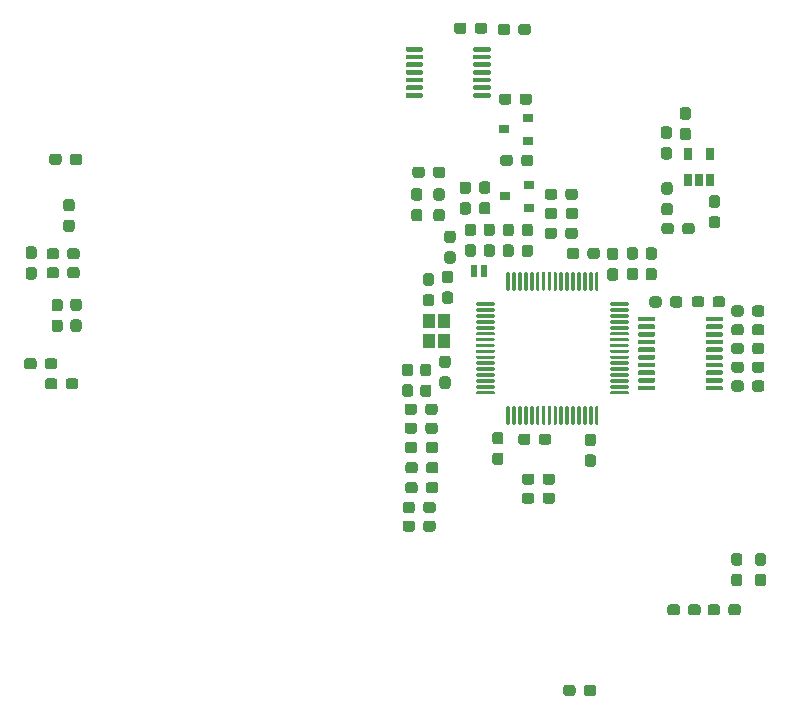
<source format=gtp>
%TF.GenerationSoftware,KiCad,Pcbnew,(5.1.6-0-10_14)*%
%TF.CreationDate,2022-07-25T21:05:29-05:00*%
%TF.ProjectId,small_led_driver_with_optoisolator,736d616c-6c5f-46c6-9564-5f6472697665,rev?*%
%TF.SameCoordinates,Original*%
%TF.FileFunction,Paste,Top*%
%TF.FilePolarity,Positive*%
%FSLAX46Y46*%
G04 Gerber Fmt 4.6, Leading zero omitted, Abs format (unit mm)*
G04 Created by KiCad (PCBNEW (5.1.6-0-10_14)) date 2022-07-25 21:05:29*
%MOMM*%
%LPD*%
G01*
G04 APERTURE LIST*
%ADD10R,0.900000X0.800000*%
%ADD11R,0.650000X1.060000*%
%ADD12R,1.000000X1.200000*%
%ADD13R,0.575000X1.140000*%
G04 APERTURE END LIST*
%TO.C,R36*%
G36*
G01*
X192086800Y-122005300D02*
X192086800Y-121530300D01*
G75*
G02*
X192324300Y-121292800I237500J0D01*
G01*
X192899300Y-121292800D01*
G75*
G02*
X193136800Y-121530300I0J-237500D01*
G01*
X193136800Y-122005300D01*
G75*
G02*
X192899300Y-122242800I-237500J0D01*
G01*
X192324300Y-122242800D01*
G75*
G02*
X192086800Y-122005300I0J237500D01*
G01*
G37*
G36*
G01*
X193836800Y-122005300D02*
X193836800Y-121530300D01*
G75*
G02*
X194074300Y-121292800I237500J0D01*
G01*
X194649300Y-121292800D01*
G75*
G02*
X194886800Y-121530300I0J-237500D01*
G01*
X194886800Y-122005300D01*
G75*
G02*
X194649300Y-122242800I-237500J0D01*
G01*
X194074300Y-122242800D01*
G75*
G02*
X193836800Y-122005300I0J237500D01*
G01*
G37*
%TD*%
%TO.C,R32*%
G36*
G01*
X190433200Y-122018000D02*
X190433200Y-121543000D01*
G75*
G02*
X190670700Y-121305500I237500J0D01*
G01*
X191245700Y-121305500D01*
G75*
G02*
X191483200Y-121543000I0J-237500D01*
G01*
X191483200Y-122018000D01*
G75*
G02*
X191245700Y-122255500I-237500J0D01*
G01*
X190670700Y-122255500D01*
G75*
G02*
X190433200Y-122018000I0J237500D01*
G01*
G37*
G36*
G01*
X188683200Y-122018000D02*
X188683200Y-121543000D01*
G75*
G02*
X188920700Y-121305500I237500J0D01*
G01*
X189495700Y-121305500D01*
G75*
G02*
X189733200Y-121543000I0J-237500D01*
G01*
X189733200Y-122018000D01*
G75*
G02*
X189495700Y-122255500I-237500J0D01*
G01*
X188920700Y-122255500D01*
G75*
G02*
X188683200Y-122018000I0J237500D01*
G01*
G37*
%TD*%
%TO.C,R28*%
G36*
G01*
X178112900Y-110956300D02*
X178112900Y-110481300D01*
G75*
G02*
X178350400Y-110243800I237500J0D01*
G01*
X178925400Y-110243800D01*
G75*
G02*
X179162900Y-110481300I0J-237500D01*
G01*
X179162900Y-110956300D01*
G75*
G02*
X178925400Y-111193800I-237500J0D01*
G01*
X178350400Y-111193800D01*
G75*
G02*
X178112900Y-110956300I0J237500D01*
G01*
G37*
G36*
G01*
X176362900Y-110956300D02*
X176362900Y-110481300D01*
G75*
G02*
X176600400Y-110243800I237500J0D01*
G01*
X177175400Y-110243800D01*
G75*
G02*
X177412900Y-110481300I0J-237500D01*
G01*
X177412900Y-110956300D01*
G75*
G02*
X177175400Y-111193800I-237500J0D01*
G01*
X176600400Y-111193800D01*
G75*
G02*
X176362900Y-110956300I0J237500D01*
G01*
G37*
%TD*%
%TO.C,R27*%
G36*
G01*
X179151500Y-112081500D02*
X179151500Y-112556500D01*
G75*
G02*
X178914000Y-112794000I-237500J0D01*
G01*
X178339000Y-112794000D01*
G75*
G02*
X178101500Y-112556500I0J237500D01*
G01*
X178101500Y-112081500D01*
G75*
G02*
X178339000Y-111844000I237500J0D01*
G01*
X178914000Y-111844000D01*
G75*
G02*
X179151500Y-112081500I0J-237500D01*
G01*
G37*
G36*
G01*
X177401500Y-112081500D02*
X177401500Y-112556500D01*
G75*
G02*
X177164000Y-112794000I-237500J0D01*
G01*
X176589000Y-112794000D01*
G75*
G02*
X176351500Y-112556500I0J237500D01*
G01*
X176351500Y-112081500D01*
G75*
G02*
X176589000Y-111844000I237500J0D01*
G01*
X177164000Y-111844000D01*
G75*
G02*
X177401500Y-112081500I0J-237500D01*
G01*
G37*
%TD*%
%TO.C,C21*%
G36*
G01*
X180896000Y-128360500D02*
X180896000Y-128835500D01*
G75*
G02*
X180658500Y-129073000I-237500J0D01*
G01*
X180083500Y-129073000D01*
G75*
G02*
X179846000Y-128835500I0J237500D01*
G01*
X179846000Y-128360500D01*
G75*
G02*
X180083500Y-128123000I237500J0D01*
G01*
X180658500Y-128123000D01*
G75*
G02*
X180896000Y-128360500I0J-237500D01*
G01*
G37*
G36*
G01*
X182646000Y-128360500D02*
X182646000Y-128835500D01*
G75*
G02*
X182408500Y-129073000I-237500J0D01*
G01*
X181833500Y-129073000D01*
G75*
G02*
X181596000Y-128835500I0J237500D01*
G01*
X181596000Y-128360500D01*
G75*
G02*
X181833500Y-128123000I237500J0D01*
G01*
X182408500Y-128123000D01*
G75*
G02*
X182646000Y-128360500I0J-237500D01*
G01*
G37*
%TD*%
D10*
%TO.C,Q1*%
X176873740Y-82045660D03*
X176873740Y-80145660D03*
X174873740Y-81095660D03*
%TD*%
%TO.C,C15*%
G36*
G01*
X187065500Y-92839000D02*
X187540500Y-92839000D01*
G75*
G02*
X187778000Y-93076500I0J-237500D01*
G01*
X187778000Y-93651500D01*
G75*
G02*
X187540500Y-93889000I-237500J0D01*
G01*
X187065500Y-93889000D01*
G75*
G02*
X186828000Y-93651500I0J237500D01*
G01*
X186828000Y-93076500D01*
G75*
G02*
X187065500Y-92839000I237500J0D01*
G01*
G37*
G36*
G01*
X187065500Y-91089000D02*
X187540500Y-91089000D01*
G75*
G02*
X187778000Y-91326500I0J-237500D01*
G01*
X187778000Y-91901500D01*
G75*
G02*
X187540500Y-92139000I-237500J0D01*
G01*
X187065500Y-92139000D01*
G75*
G02*
X186828000Y-91901500I0J237500D01*
G01*
X186828000Y-91326500D01*
G75*
G02*
X187065500Y-91089000I237500J0D01*
G01*
G37*
%TD*%
%TO.C,C13*%
G36*
G01*
X190437500Y-82025000D02*
X189962500Y-82025000D01*
G75*
G02*
X189725000Y-81787500I0J237500D01*
G01*
X189725000Y-81212500D01*
G75*
G02*
X189962500Y-80975000I237500J0D01*
G01*
X190437500Y-80975000D01*
G75*
G02*
X190675000Y-81212500I0J-237500D01*
G01*
X190675000Y-81787500D01*
G75*
G02*
X190437500Y-82025000I-237500J0D01*
G01*
G37*
G36*
G01*
X190437500Y-80275000D02*
X189962500Y-80275000D01*
G75*
G02*
X189725000Y-80037500I0J237500D01*
G01*
X189725000Y-79462500D01*
G75*
G02*
X189962500Y-79225000I237500J0D01*
G01*
X190437500Y-79225000D01*
G75*
G02*
X190675000Y-79462500I0J-237500D01*
G01*
X190675000Y-80037500D01*
G75*
G02*
X190437500Y-80275000I-237500J0D01*
G01*
G37*
%TD*%
%TO.C,C12*%
G36*
G01*
X177057500Y-90150000D02*
X176582500Y-90150000D01*
G75*
G02*
X176345000Y-89912500I0J237500D01*
G01*
X176345000Y-89337500D01*
G75*
G02*
X176582500Y-89100000I237500J0D01*
G01*
X177057500Y-89100000D01*
G75*
G02*
X177295000Y-89337500I0J-237500D01*
G01*
X177295000Y-89912500D01*
G75*
G02*
X177057500Y-90150000I-237500J0D01*
G01*
G37*
G36*
G01*
X177057500Y-91900000D02*
X176582500Y-91900000D01*
G75*
G02*
X176345000Y-91662500I0J237500D01*
G01*
X176345000Y-91087500D01*
G75*
G02*
X176582500Y-90850000I237500J0D01*
G01*
X177057500Y-90850000D01*
G75*
G02*
X177295000Y-91087500I0J-237500D01*
G01*
X177295000Y-91662500D01*
G75*
G02*
X177057500Y-91900000I-237500J0D01*
G01*
G37*
%TD*%
%TO.C,C11*%
G36*
G01*
X174082500Y-106725000D02*
X174557500Y-106725000D01*
G75*
G02*
X174795000Y-106962500I0J-237500D01*
G01*
X174795000Y-107537500D01*
G75*
G02*
X174557500Y-107775000I-237500J0D01*
G01*
X174082500Y-107775000D01*
G75*
G02*
X173845000Y-107537500I0J237500D01*
G01*
X173845000Y-106962500D01*
G75*
G02*
X174082500Y-106725000I237500J0D01*
G01*
G37*
G36*
G01*
X174082500Y-108475000D02*
X174557500Y-108475000D01*
G75*
G02*
X174795000Y-108712500I0J-237500D01*
G01*
X174795000Y-109287500D01*
G75*
G02*
X174557500Y-109525000I-237500J0D01*
G01*
X174082500Y-109525000D01*
G75*
G02*
X173845000Y-109287500I0J237500D01*
G01*
X173845000Y-108712500D01*
G75*
G02*
X174082500Y-108475000I237500J0D01*
G01*
G37*
%TD*%
%TO.C,C14*%
G36*
G01*
X192422500Y-86685000D02*
X192897500Y-86685000D01*
G75*
G02*
X193135000Y-86922500I0J-237500D01*
G01*
X193135000Y-87497500D01*
G75*
G02*
X192897500Y-87735000I-237500J0D01*
G01*
X192422500Y-87735000D01*
G75*
G02*
X192185000Y-87497500I0J237500D01*
G01*
X192185000Y-86922500D01*
G75*
G02*
X192422500Y-86685000I237500J0D01*
G01*
G37*
G36*
G01*
X192422500Y-88435000D02*
X192897500Y-88435000D01*
G75*
G02*
X193135000Y-88672500I0J-237500D01*
G01*
X193135000Y-89247500D01*
G75*
G02*
X192897500Y-89485000I-237500J0D01*
G01*
X192422500Y-89485000D01*
G75*
G02*
X192185000Y-89247500I0J237500D01*
G01*
X192185000Y-88672500D01*
G75*
G02*
X192422500Y-88435000I237500J0D01*
G01*
G37*
%TD*%
%TO.C,C10*%
G36*
G01*
X181915500Y-108618000D02*
X182390500Y-108618000D01*
G75*
G02*
X182628000Y-108855500I0J-237500D01*
G01*
X182628000Y-109430500D01*
G75*
G02*
X182390500Y-109668000I-237500J0D01*
G01*
X181915500Y-109668000D01*
G75*
G02*
X181678000Y-109430500I0J237500D01*
G01*
X181678000Y-108855500D01*
G75*
G02*
X181915500Y-108618000I237500J0D01*
G01*
G37*
G36*
G01*
X181915500Y-106868000D02*
X182390500Y-106868000D01*
G75*
G02*
X182628000Y-107105500I0J-237500D01*
G01*
X182628000Y-107680500D01*
G75*
G02*
X182390500Y-107918000I-237500J0D01*
G01*
X181915500Y-107918000D01*
G75*
G02*
X181678000Y-107680500I0J237500D01*
G01*
X181678000Y-107105500D01*
G75*
G02*
X181915500Y-106868000I237500J0D01*
G01*
G37*
%TD*%
%TO.C,C17*%
G36*
G01*
X188412500Y-87320000D02*
X188887500Y-87320000D01*
G75*
G02*
X189125000Y-87557500I0J-237500D01*
G01*
X189125000Y-88132500D01*
G75*
G02*
X188887500Y-88370000I-237500J0D01*
G01*
X188412500Y-88370000D01*
G75*
G02*
X188175000Y-88132500I0J237500D01*
G01*
X188175000Y-87557500D01*
G75*
G02*
X188412500Y-87320000I237500J0D01*
G01*
G37*
G36*
G01*
X188412500Y-85570000D02*
X188887500Y-85570000D01*
G75*
G02*
X189125000Y-85807500I0J-237500D01*
G01*
X189125000Y-86382500D01*
G75*
G02*
X188887500Y-86620000I-237500J0D01*
G01*
X188412500Y-86620000D01*
G75*
G02*
X188175000Y-86382500I0J237500D01*
G01*
X188175000Y-85807500D01*
G75*
G02*
X188412500Y-85570000I237500J0D01*
G01*
G37*
%TD*%
%TO.C,C3*%
G36*
G01*
X172237500Y-90125000D02*
X171762500Y-90125000D01*
G75*
G02*
X171525000Y-89887500I0J237500D01*
G01*
X171525000Y-89312500D01*
G75*
G02*
X171762500Y-89075000I237500J0D01*
G01*
X172237500Y-89075000D01*
G75*
G02*
X172475000Y-89312500I0J-237500D01*
G01*
X172475000Y-89887500D01*
G75*
G02*
X172237500Y-90125000I-237500J0D01*
G01*
G37*
G36*
G01*
X172237500Y-91875000D02*
X171762500Y-91875000D01*
G75*
G02*
X171525000Y-91637500I0J237500D01*
G01*
X171525000Y-91062500D01*
G75*
G02*
X171762500Y-90825000I237500J0D01*
G01*
X172237500Y-90825000D01*
G75*
G02*
X172475000Y-91062500I0J-237500D01*
G01*
X172475000Y-91637500D01*
G75*
G02*
X172237500Y-91875000I-237500J0D01*
G01*
G37*
%TD*%
%TO.C,C4*%
G36*
G01*
X173827500Y-91885001D02*
X173352500Y-91885001D01*
G75*
G02*
X173115000Y-91647501I0J237500D01*
G01*
X173115000Y-91072501D01*
G75*
G02*
X173352500Y-90835001I237500J0D01*
G01*
X173827500Y-90835001D01*
G75*
G02*
X174065000Y-91072501I0J-237500D01*
G01*
X174065000Y-91647501D01*
G75*
G02*
X173827500Y-91885001I-237500J0D01*
G01*
G37*
G36*
G01*
X173827500Y-90135001D02*
X173352500Y-90135001D01*
G75*
G02*
X173115000Y-89897501I0J237500D01*
G01*
X173115000Y-89322501D01*
G75*
G02*
X173352500Y-89085001I237500J0D01*
G01*
X173827500Y-89085001D01*
G75*
G02*
X174065000Y-89322501I0J-237500D01*
G01*
X174065000Y-89897501D01*
G75*
G02*
X173827500Y-90135001I-237500J0D01*
G01*
G37*
%TD*%
%TO.C,C7*%
G36*
G01*
X190747000Y-95936500D02*
X190747000Y-95461500D01*
G75*
G02*
X190984500Y-95224000I237500J0D01*
G01*
X191559500Y-95224000D01*
G75*
G02*
X191797000Y-95461500I0J-237500D01*
G01*
X191797000Y-95936500D01*
G75*
G02*
X191559500Y-96174000I-237500J0D01*
G01*
X190984500Y-96174000D01*
G75*
G02*
X190747000Y-95936500I0J237500D01*
G01*
G37*
G36*
G01*
X192497000Y-95936500D02*
X192497000Y-95461500D01*
G75*
G02*
X192734500Y-95224000I237500J0D01*
G01*
X193309500Y-95224000D01*
G75*
G02*
X193547000Y-95461500I0J-237500D01*
G01*
X193547000Y-95936500D01*
G75*
G02*
X193309500Y-96174000I-237500J0D01*
G01*
X192734500Y-96174000D01*
G75*
G02*
X192497000Y-95936500I0J237500D01*
G01*
G37*
%TD*%
%TO.C,C6*%
G36*
G01*
X170503620Y-90719360D02*
X170028620Y-90719360D01*
G75*
G02*
X169791120Y-90481860I0J237500D01*
G01*
X169791120Y-89906860D01*
G75*
G02*
X170028620Y-89669360I237500J0D01*
G01*
X170503620Y-89669360D01*
G75*
G02*
X170741120Y-89906860I0J-237500D01*
G01*
X170741120Y-90481860D01*
G75*
G02*
X170503620Y-90719360I-237500J0D01*
G01*
G37*
G36*
G01*
X170503620Y-92469360D02*
X170028620Y-92469360D01*
G75*
G02*
X169791120Y-92231860I0J237500D01*
G01*
X169791120Y-91656860D01*
G75*
G02*
X170028620Y-91419360I237500J0D01*
G01*
X170503620Y-91419360D01*
G75*
G02*
X170741120Y-91656860I0J-237500D01*
G01*
X170741120Y-92231860D01*
G75*
G02*
X170503620Y-92469360I-237500J0D01*
G01*
G37*
%TD*%
%TO.C,C8*%
G36*
G01*
X175427500Y-90145000D02*
X174952500Y-90145000D01*
G75*
G02*
X174715000Y-89907500I0J237500D01*
G01*
X174715000Y-89332500D01*
G75*
G02*
X174952500Y-89095000I237500J0D01*
G01*
X175427500Y-89095000D01*
G75*
G02*
X175665000Y-89332500I0J-237500D01*
G01*
X175665000Y-89907500D01*
G75*
G02*
X175427500Y-90145000I-237500J0D01*
G01*
G37*
G36*
G01*
X175427500Y-91895000D02*
X174952500Y-91895000D01*
G75*
G02*
X174715000Y-91657500I0J237500D01*
G01*
X174715000Y-91082500D01*
G75*
G02*
X174952500Y-90845000I237500J0D01*
G01*
X175427500Y-90845000D01*
G75*
G02*
X175665000Y-91082500I0J-237500D01*
G01*
X175665000Y-91657500D01*
G75*
G02*
X175427500Y-91895000I-237500J0D01*
G01*
G37*
%TD*%
%TO.C,R20*%
G36*
G01*
X171805840Y-88314161D02*
X171330840Y-88314161D01*
G75*
G02*
X171093340Y-88076661I0J237500D01*
G01*
X171093340Y-87501661D01*
G75*
G02*
X171330840Y-87264161I237500J0D01*
G01*
X171805840Y-87264161D01*
G75*
G02*
X172043340Y-87501661I0J-237500D01*
G01*
X172043340Y-88076661D01*
G75*
G02*
X171805840Y-88314161I-237500J0D01*
G01*
G37*
G36*
G01*
X171805840Y-86564161D02*
X171330840Y-86564161D01*
G75*
G02*
X171093340Y-86326661I0J237500D01*
G01*
X171093340Y-85751661D01*
G75*
G02*
X171330840Y-85514161I237500J0D01*
G01*
X171805840Y-85514161D01*
G75*
G02*
X172043340Y-85751661I0J-237500D01*
G01*
X172043340Y-86326661D01*
G75*
G02*
X171805840Y-86564161I-237500J0D01*
G01*
G37*
%TD*%
%TO.C,R29*%
G36*
G01*
X136110000Y-91877500D02*
X136110000Y-91402500D01*
G75*
G02*
X136347500Y-91165000I237500J0D01*
G01*
X136922500Y-91165000D01*
G75*
G02*
X137160000Y-91402500I0J-237500D01*
G01*
X137160000Y-91877500D01*
G75*
G02*
X136922500Y-92115000I-237500J0D01*
G01*
X136347500Y-92115000D01*
G75*
G02*
X136110000Y-91877500I0J237500D01*
G01*
G37*
G36*
G01*
X137860000Y-91877500D02*
X137860000Y-91402500D01*
G75*
G02*
X138097500Y-91165000I237500J0D01*
G01*
X138672500Y-91165000D01*
G75*
G02*
X138910000Y-91402500I0J-237500D01*
G01*
X138910000Y-91877500D01*
G75*
G02*
X138672500Y-92115000I-237500J0D01*
G01*
X138097500Y-92115000D01*
G75*
G02*
X137860000Y-91877500I0J237500D01*
G01*
G37*
%TD*%
%TO.C,R24*%
G36*
G01*
X195143000Y-102595500D02*
X195143000Y-103070500D01*
G75*
G02*
X194905500Y-103308000I-237500J0D01*
G01*
X194330500Y-103308000D01*
G75*
G02*
X194093000Y-103070500I0J237500D01*
G01*
X194093000Y-102595500D01*
G75*
G02*
X194330500Y-102358000I237500J0D01*
G01*
X194905500Y-102358000D01*
G75*
G02*
X195143000Y-102595500I0J-237500D01*
G01*
G37*
G36*
G01*
X196893000Y-102595500D02*
X196893000Y-103070500D01*
G75*
G02*
X196655500Y-103308000I-237500J0D01*
G01*
X196080500Y-103308000D01*
G75*
G02*
X195843000Y-103070500I0J237500D01*
G01*
X195843000Y-102595500D01*
G75*
G02*
X196080500Y-102358000I237500J0D01*
G01*
X196655500Y-102358000D01*
G75*
G02*
X196893000Y-102595500I0J-237500D01*
G01*
G37*
%TD*%
%TO.C,R8*%
G36*
G01*
X188352500Y-80850001D02*
X188827500Y-80850001D01*
G75*
G02*
X189065000Y-81087501I0J-237500D01*
G01*
X189065000Y-81662501D01*
G75*
G02*
X188827500Y-81900001I-237500J0D01*
G01*
X188352500Y-81900001D01*
G75*
G02*
X188115000Y-81662501I0J237500D01*
G01*
X188115000Y-81087501D01*
G75*
G02*
X188352500Y-80850001I237500J0D01*
G01*
G37*
G36*
G01*
X188352500Y-82600001D02*
X188827500Y-82600001D01*
G75*
G02*
X189065000Y-82837501I0J-237500D01*
G01*
X189065000Y-83412501D01*
G75*
G02*
X188827500Y-83650001I-237500J0D01*
G01*
X188352500Y-83650001D01*
G75*
G02*
X188115000Y-83412501I0J237500D01*
G01*
X188115000Y-82837501D01*
G75*
G02*
X188352500Y-82600001I237500J0D01*
G01*
G37*
%TD*%
%TO.C,C9*%
G36*
G01*
X176035000Y-107577500D02*
X176035000Y-107102500D01*
G75*
G02*
X176272500Y-106865000I237500J0D01*
G01*
X176847500Y-106865000D01*
G75*
G02*
X177085000Y-107102500I0J-237500D01*
G01*
X177085000Y-107577500D01*
G75*
G02*
X176847500Y-107815000I-237500J0D01*
G01*
X176272500Y-107815000D01*
G75*
G02*
X176035000Y-107577500I0J237500D01*
G01*
G37*
G36*
G01*
X177785000Y-107577500D02*
X177785000Y-107102500D01*
G75*
G02*
X178022500Y-106865000I237500J0D01*
G01*
X178597500Y-106865000D01*
G75*
G02*
X178835000Y-107102500I0J-237500D01*
G01*
X178835000Y-107577500D01*
G75*
G02*
X178597500Y-107815000I-237500J0D01*
G01*
X178022500Y-107815000D01*
G75*
G02*
X177785000Y-107577500I0J237500D01*
G01*
G37*
%TD*%
%TO.C,R9*%
G36*
G01*
X180057900Y-88460139D02*
X180057900Y-87985139D01*
G75*
G02*
X180295400Y-87747639I237500J0D01*
G01*
X180870400Y-87747639D01*
G75*
G02*
X181107900Y-87985139I0J-237500D01*
G01*
X181107900Y-88460139D01*
G75*
G02*
X180870400Y-88697639I-237500J0D01*
G01*
X180295400Y-88697639D01*
G75*
G02*
X180057900Y-88460139I0J237500D01*
G01*
G37*
G36*
G01*
X178307900Y-88460139D02*
X178307900Y-87985139D01*
G75*
G02*
X178545400Y-87747639I237500J0D01*
G01*
X179120400Y-87747639D01*
G75*
G02*
X179357900Y-87985139I0J-237500D01*
G01*
X179357900Y-88460139D01*
G75*
G02*
X179120400Y-88697639I-237500J0D01*
G01*
X178545400Y-88697639D01*
G75*
G02*
X178307900Y-88460139I0J237500D01*
G01*
G37*
%TD*%
%TO.C,R15*%
G36*
G01*
X169234100Y-106163300D02*
X169234100Y-106638300D01*
G75*
G02*
X168996600Y-106875800I-237500J0D01*
G01*
X168421600Y-106875800D01*
G75*
G02*
X168184100Y-106638300I0J237500D01*
G01*
X168184100Y-106163300D01*
G75*
G02*
X168421600Y-105925800I237500J0D01*
G01*
X168996600Y-105925800D01*
G75*
G02*
X169234100Y-106163300I0J-237500D01*
G01*
G37*
G36*
G01*
X167484100Y-106163300D02*
X167484100Y-106638300D01*
G75*
G02*
X167246600Y-106875800I-237500J0D01*
G01*
X166671600Y-106875800D01*
G75*
G02*
X166434100Y-106638300I0J237500D01*
G01*
X166434100Y-106163300D01*
G75*
G02*
X166671600Y-105925800I237500J0D01*
G01*
X167246600Y-105925800D01*
G75*
G02*
X167484100Y-106163300I0J-237500D01*
G01*
G37*
%TD*%
D11*
%TO.C,U3*%
X190410000Y-83160000D03*
X192310000Y-83160000D03*
X192310000Y-85360000D03*
X191360000Y-85360000D03*
X190410000Y-85360000D03*
%TD*%
%TO.C,R26*%
G36*
G01*
X196895000Y-100990500D02*
X196895000Y-101465500D01*
G75*
G02*
X196657500Y-101703000I-237500J0D01*
G01*
X196082500Y-101703000D01*
G75*
G02*
X195845000Y-101465500I0J237500D01*
G01*
X195845000Y-100990500D01*
G75*
G02*
X196082500Y-100753000I237500J0D01*
G01*
X196657500Y-100753000D01*
G75*
G02*
X196895000Y-100990500I0J-237500D01*
G01*
G37*
G36*
G01*
X195145000Y-100990500D02*
X195145000Y-101465500D01*
G75*
G02*
X194907500Y-101703000I-237500J0D01*
G01*
X194332500Y-101703000D01*
G75*
G02*
X194095000Y-101465500I0J237500D01*
G01*
X194095000Y-100990500D01*
G75*
G02*
X194332500Y-100753000I237500J0D01*
G01*
X194907500Y-100753000D01*
G75*
G02*
X195145000Y-100990500I0J-237500D01*
G01*
G37*
%TD*%
%TO.C,R25*%
G36*
G01*
X195141000Y-99413500D02*
X195141000Y-99888500D01*
G75*
G02*
X194903500Y-100126000I-237500J0D01*
G01*
X194328500Y-100126000D01*
G75*
G02*
X194091000Y-99888500I0J237500D01*
G01*
X194091000Y-99413500D01*
G75*
G02*
X194328500Y-99176000I237500J0D01*
G01*
X194903500Y-99176000D01*
G75*
G02*
X195141000Y-99413500I0J-237500D01*
G01*
G37*
G36*
G01*
X196891000Y-99413500D02*
X196891000Y-99888500D01*
G75*
G02*
X196653500Y-100126000I-237500J0D01*
G01*
X196078500Y-100126000D01*
G75*
G02*
X195841000Y-99888500I0J237500D01*
G01*
X195841000Y-99413500D01*
G75*
G02*
X196078500Y-99176000I237500J0D01*
G01*
X196653500Y-99176000D01*
G75*
G02*
X196891000Y-99413500I0J-237500D01*
G01*
G37*
%TD*%
%TO.C,R19*%
G36*
G01*
X176285400Y-83968800D02*
X176285400Y-83493800D01*
G75*
G02*
X176522900Y-83256300I237500J0D01*
G01*
X177097900Y-83256300D01*
G75*
G02*
X177335400Y-83493800I0J-237500D01*
G01*
X177335400Y-83968800D01*
G75*
G02*
X177097900Y-84206300I-237500J0D01*
G01*
X176522900Y-84206300D01*
G75*
G02*
X176285400Y-83968800I0J237500D01*
G01*
G37*
G36*
G01*
X174535400Y-83968800D02*
X174535400Y-83493800D01*
G75*
G02*
X174772900Y-83256300I237500J0D01*
G01*
X175347900Y-83256300D01*
G75*
G02*
X175585400Y-83493800I0J-237500D01*
G01*
X175585400Y-83968800D01*
G75*
G02*
X175347900Y-84206300I-237500J0D01*
G01*
X174772900Y-84206300D01*
G75*
G02*
X174535400Y-83968800I0J237500D01*
G01*
G37*
%TD*%
%TO.C,C19*%
G36*
G01*
X173410000Y-72302500D02*
X173410000Y-72777500D01*
G75*
G02*
X173172500Y-73015000I-237500J0D01*
G01*
X172597500Y-73015000D01*
G75*
G02*
X172360000Y-72777500I0J237500D01*
G01*
X172360000Y-72302500D01*
G75*
G02*
X172597500Y-72065000I237500J0D01*
G01*
X173172500Y-72065000D01*
G75*
G02*
X173410000Y-72302500I0J-237500D01*
G01*
G37*
G36*
G01*
X171660000Y-72302500D02*
X171660000Y-72777500D01*
G75*
G02*
X171422500Y-73015000I-237500J0D01*
G01*
X170847500Y-73015000D01*
G75*
G02*
X170610000Y-72777500I0J237500D01*
G01*
X170610000Y-72302500D01*
G75*
G02*
X170847500Y-72065000I237500J0D01*
G01*
X171422500Y-72065000D01*
G75*
G02*
X171660000Y-72302500I0J-237500D01*
G01*
G37*
%TD*%
%TO.C,R14*%
G36*
G01*
X168208200Y-108271000D02*
X168208200Y-107796000D01*
G75*
G02*
X168445700Y-107558500I237500J0D01*
G01*
X169020700Y-107558500D01*
G75*
G02*
X169258200Y-107796000I0J-237500D01*
G01*
X169258200Y-108271000D01*
G75*
G02*
X169020700Y-108508500I-237500J0D01*
G01*
X168445700Y-108508500D01*
G75*
G02*
X168208200Y-108271000I0J237500D01*
G01*
G37*
G36*
G01*
X166458200Y-108271000D02*
X166458200Y-107796000D01*
G75*
G02*
X166695700Y-107558500I237500J0D01*
G01*
X167270700Y-107558500D01*
G75*
G02*
X167508200Y-107796000I0J-237500D01*
G01*
X167508200Y-108271000D01*
G75*
G02*
X167270700Y-108508500I-237500J0D01*
G01*
X166695700Y-108508500D01*
G75*
G02*
X166458200Y-108271000I0J237500D01*
G01*
G37*
%TD*%
%TO.C,R16*%
G36*
G01*
X166493200Y-109981000D02*
X166493200Y-109506000D01*
G75*
G02*
X166730700Y-109268500I237500J0D01*
G01*
X167305700Y-109268500D01*
G75*
G02*
X167543200Y-109506000I0J-237500D01*
G01*
X167543200Y-109981000D01*
G75*
G02*
X167305700Y-110218500I-237500J0D01*
G01*
X166730700Y-110218500D01*
G75*
G02*
X166493200Y-109981000I0J237500D01*
G01*
G37*
G36*
G01*
X168243200Y-109981000D02*
X168243200Y-109506000D01*
G75*
G02*
X168480700Y-109268500I237500J0D01*
G01*
X169055700Y-109268500D01*
G75*
G02*
X169293200Y-109506000I0J-237500D01*
G01*
X169293200Y-109981000D01*
G75*
G02*
X169055700Y-110218500I-237500J0D01*
G01*
X168480700Y-110218500D01*
G75*
G02*
X168243200Y-109981000I0J237500D01*
G01*
G37*
%TD*%
%TO.C,C18*%
G36*
G01*
X168003000Y-114929500D02*
X168003000Y-114454500D01*
G75*
G02*
X168240500Y-114217000I237500J0D01*
G01*
X168815500Y-114217000D01*
G75*
G02*
X169053000Y-114454500I0J-237500D01*
G01*
X169053000Y-114929500D01*
G75*
G02*
X168815500Y-115167000I-237500J0D01*
G01*
X168240500Y-115167000D01*
G75*
G02*
X168003000Y-114929500I0J237500D01*
G01*
G37*
G36*
G01*
X166253000Y-114929500D02*
X166253000Y-114454500D01*
G75*
G02*
X166490500Y-114217000I237500J0D01*
G01*
X167065500Y-114217000D01*
G75*
G02*
X167303000Y-114454500I0J-237500D01*
G01*
X167303000Y-114929500D01*
G75*
G02*
X167065500Y-115167000I-237500J0D01*
G01*
X166490500Y-115167000D01*
G75*
G02*
X166253000Y-114929500I0J237500D01*
G01*
G37*
%TD*%
%TO.C,R38*%
G36*
G01*
X194792500Y-119778000D02*
X194317500Y-119778000D01*
G75*
G02*
X194080000Y-119540500I0J237500D01*
G01*
X194080000Y-118965500D01*
G75*
G02*
X194317500Y-118728000I237500J0D01*
G01*
X194792500Y-118728000D01*
G75*
G02*
X195030000Y-118965500I0J-237500D01*
G01*
X195030000Y-119540500D01*
G75*
G02*
X194792500Y-119778000I-237500J0D01*
G01*
G37*
G36*
G01*
X194792500Y-118028000D02*
X194317500Y-118028000D01*
G75*
G02*
X194080000Y-117790500I0J237500D01*
G01*
X194080000Y-117215500D01*
G75*
G02*
X194317500Y-116978000I237500J0D01*
G01*
X194792500Y-116978000D01*
G75*
G02*
X195030000Y-117215500I0J-237500D01*
G01*
X195030000Y-117790500D01*
G75*
G02*
X194792500Y-118028000I-237500J0D01*
G01*
G37*
%TD*%
%TO.C,R37*%
G36*
G01*
X196795500Y-118033000D02*
X196320500Y-118033000D01*
G75*
G02*
X196083000Y-117795500I0J237500D01*
G01*
X196083000Y-117220500D01*
G75*
G02*
X196320500Y-116983000I237500J0D01*
G01*
X196795500Y-116983000D01*
G75*
G02*
X197033000Y-117220500I0J-237500D01*
G01*
X197033000Y-117795500D01*
G75*
G02*
X196795500Y-118033000I-237500J0D01*
G01*
G37*
G36*
G01*
X196795500Y-119783000D02*
X196320500Y-119783000D01*
G75*
G02*
X196083000Y-119545500I0J237500D01*
G01*
X196083000Y-118970500D01*
G75*
G02*
X196320500Y-118733000I237500J0D01*
G01*
X196795500Y-118733000D01*
G75*
G02*
X197033000Y-118970500I0J-237500D01*
G01*
X197033000Y-119545500D01*
G75*
G02*
X196795500Y-119783000I-237500J0D01*
G01*
G37*
%TD*%
D12*
%TO.C,U4*%
X168490000Y-99030000D03*
X168490000Y-97330000D03*
X169790000Y-97330000D03*
X169790000Y-99030000D03*
%TD*%
D13*
%TO.C,U6*%
X173152500Y-93110000D03*
X172327500Y-93110000D03*
%TD*%
%TO.C,U1*%
G36*
G01*
X191902000Y-97257001D02*
X191902000Y-97057001D01*
G75*
G02*
X192002000Y-96957001I100000J0D01*
G01*
X193277000Y-96957001D01*
G75*
G02*
X193377000Y-97057001I0J-100000D01*
G01*
X193377000Y-97257001D01*
G75*
G02*
X193277000Y-97357001I-100000J0D01*
G01*
X192002000Y-97357001D01*
G75*
G02*
X191902000Y-97257001I0J100000D01*
G01*
G37*
G36*
G01*
X191902000Y-97907001D02*
X191902000Y-97707001D01*
G75*
G02*
X192002000Y-97607001I100000J0D01*
G01*
X193277000Y-97607001D01*
G75*
G02*
X193377000Y-97707001I0J-100000D01*
G01*
X193377000Y-97907001D01*
G75*
G02*
X193277000Y-98007001I-100000J0D01*
G01*
X192002000Y-98007001D01*
G75*
G02*
X191902000Y-97907001I0J100000D01*
G01*
G37*
G36*
G01*
X191902000Y-98557001D02*
X191902000Y-98357001D01*
G75*
G02*
X192002000Y-98257001I100000J0D01*
G01*
X193277000Y-98257001D01*
G75*
G02*
X193377000Y-98357001I0J-100000D01*
G01*
X193377000Y-98557001D01*
G75*
G02*
X193277000Y-98657001I-100000J0D01*
G01*
X192002000Y-98657001D01*
G75*
G02*
X191902000Y-98557001I0J100000D01*
G01*
G37*
G36*
G01*
X191902000Y-99207001D02*
X191902000Y-99007001D01*
G75*
G02*
X192002000Y-98907001I100000J0D01*
G01*
X193277000Y-98907001D01*
G75*
G02*
X193377000Y-99007001I0J-100000D01*
G01*
X193377000Y-99207001D01*
G75*
G02*
X193277000Y-99307001I-100000J0D01*
G01*
X192002000Y-99307001D01*
G75*
G02*
X191902000Y-99207001I0J100000D01*
G01*
G37*
G36*
G01*
X191902000Y-99857001D02*
X191902000Y-99657001D01*
G75*
G02*
X192002000Y-99557001I100000J0D01*
G01*
X193277000Y-99557001D01*
G75*
G02*
X193377000Y-99657001I0J-100000D01*
G01*
X193377000Y-99857001D01*
G75*
G02*
X193277000Y-99957001I-100000J0D01*
G01*
X192002000Y-99957001D01*
G75*
G02*
X191902000Y-99857001I0J100000D01*
G01*
G37*
G36*
G01*
X191902000Y-100507001D02*
X191902000Y-100307001D01*
G75*
G02*
X192002000Y-100207001I100000J0D01*
G01*
X193277000Y-100207001D01*
G75*
G02*
X193377000Y-100307001I0J-100000D01*
G01*
X193377000Y-100507001D01*
G75*
G02*
X193277000Y-100607001I-100000J0D01*
G01*
X192002000Y-100607001D01*
G75*
G02*
X191902000Y-100507001I0J100000D01*
G01*
G37*
G36*
G01*
X191902000Y-101157001D02*
X191902000Y-100957001D01*
G75*
G02*
X192002000Y-100857001I100000J0D01*
G01*
X193277000Y-100857001D01*
G75*
G02*
X193377000Y-100957001I0J-100000D01*
G01*
X193377000Y-101157001D01*
G75*
G02*
X193277000Y-101257001I-100000J0D01*
G01*
X192002000Y-101257001D01*
G75*
G02*
X191902000Y-101157001I0J100000D01*
G01*
G37*
G36*
G01*
X191902000Y-101807001D02*
X191902000Y-101607001D01*
G75*
G02*
X192002000Y-101507001I100000J0D01*
G01*
X193277000Y-101507001D01*
G75*
G02*
X193377000Y-101607001I0J-100000D01*
G01*
X193377000Y-101807001D01*
G75*
G02*
X193277000Y-101907001I-100000J0D01*
G01*
X192002000Y-101907001D01*
G75*
G02*
X191902000Y-101807001I0J100000D01*
G01*
G37*
G36*
G01*
X191902000Y-102457001D02*
X191902000Y-102257001D01*
G75*
G02*
X192002000Y-102157001I100000J0D01*
G01*
X193277000Y-102157001D01*
G75*
G02*
X193377000Y-102257001I0J-100000D01*
G01*
X193377000Y-102457001D01*
G75*
G02*
X193277000Y-102557001I-100000J0D01*
G01*
X192002000Y-102557001D01*
G75*
G02*
X191902000Y-102457001I0J100000D01*
G01*
G37*
G36*
G01*
X191902000Y-103107001D02*
X191902000Y-102907001D01*
G75*
G02*
X192002000Y-102807001I100000J0D01*
G01*
X193277000Y-102807001D01*
G75*
G02*
X193377000Y-102907001I0J-100000D01*
G01*
X193377000Y-103107001D01*
G75*
G02*
X193277000Y-103207001I-100000J0D01*
G01*
X192002000Y-103207001D01*
G75*
G02*
X191902000Y-103107001I0J100000D01*
G01*
G37*
G36*
G01*
X186177000Y-103107001D02*
X186177000Y-102907001D01*
G75*
G02*
X186277000Y-102807001I100000J0D01*
G01*
X187552000Y-102807001D01*
G75*
G02*
X187652000Y-102907001I0J-100000D01*
G01*
X187652000Y-103107001D01*
G75*
G02*
X187552000Y-103207001I-100000J0D01*
G01*
X186277000Y-103207001D01*
G75*
G02*
X186177000Y-103107001I0J100000D01*
G01*
G37*
G36*
G01*
X186177000Y-102457001D02*
X186177000Y-102257001D01*
G75*
G02*
X186277000Y-102157001I100000J0D01*
G01*
X187552000Y-102157001D01*
G75*
G02*
X187652000Y-102257001I0J-100000D01*
G01*
X187652000Y-102457001D01*
G75*
G02*
X187552000Y-102557001I-100000J0D01*
G01*
X186277000Y-102557001D01*
G75*
G02*
X186177000Y-102457001I0J100000D01*
G01*
G37*
G36*
G01*
X186177000Y-101807001D02*
X186177000Y-101607001D01*
G75*
G02*
X186277000Y-101507001I100000J0D01*
G01*
X187552000Y-101507001D01*
G75*
G02*
X187652000Y-101607001I0J-100000D01*
G01*
X187652000Y-101807001D01*
G75*
G02*
X187552000Y-101907001I-100000J0D01*
G01*
X186277000Y-101907001D01*
G75*
G02*
X186177000Y-101807001I0J100000D01*
G01*
G37*
G36*
G01*
X186177000Y-101157001D02*
X186177000Y-100957001D01*
G75*
G02*
X186277000Y-100857001I100000J0D01*
G01*
X187552000Y-100857001D01*
G75*
G02*
X187652000Y-100957001I0J-100000D01*
G01*
X187652000Y-101157001D01*
G75*
G02*
X187552000Y-101257001I-100000J0D01*
G01*
X186277000Y-101257001D01*
G75*
G02*
X186177000Y-101157001I0J100000D01*
G01*
G37*
G36*
G01*
X186177000Y-100507001D02*
X186177000Y-100307001D01*
G75*
G02*
X186277000Y-100207001I100000J0D01*
G01*
X187552000Y-100207001D01*
G75*
G02*
X187652000Y-100307001I0J-100000D01*
G01*
X187652000Y-100507001D01*
G75*
G02*
X187552000Y-100607001I-100000J0D01*
G01*
X186277000Y-100607001D01*
G75*
G02*
X186177000Y-100507001I0J100000D01*
G01*
G37*
G36*
G01*
X186177000Y-99857001D02*
X186177000Y-99657001D01*
G75*
G02*
X186277000Y-99557001I100000J0D01*
G01*
X187552000Y-99557001D01*
G75*
G02*
X187652000Y-99657001I0J-100000D01*
G01*
X187652000Y-99857001D01*
G75*
G02*
X187552000Y-99957001I-100000J0D01*
G01*
X186277000Y-99957001D01*
G75*
G02*
X186177000Y-99857001I0J100000D01*
G01*
G37*
G36*
G01*
X186177000Y-99207001D02*
X186177000Y-99007001D01*
G75*
G02*
X186277000Y-98907001I100000J0D01*
G01*
X187552000Y-98907001D01*
G75*
G02*
X187652000Y-99007001I0J-100000D01*
G01*
X187652000Y-99207001D01*
G75*
G02*
X187552000Y-99307001I-100000J0D01*
G01*
X186277000Y-99307001D01*
G75*
G02*
X186177000Y-99207001I0J100000D01*
G01*
G37*
G36*
G01*
X186177000Y-98557001D02*
X186177000Y-98357001D01*
G75*
G02*
X186277000Y-98257001I100000J0D01*
G01*
X187552000Y-98257001D01*
G75*
G02*
X187652000Y-98357001I0J-100000D01*
G01*
X187652000Y-98557001D01*
G75*
G02*
X187552000Y-98657001I-100000J0D01*
G01*
X186277000Y-98657001D01*
G75*
G02*
X186177000Y-98557001I0J100000D01*
G01*
G37*
G36*
G01*
X186177000Y-97907001D02*
X186177000Y-97707001D01*
G75*
G02*
X186277000Y-97607001I100000J0D01*
G01*
X187552000Y-97607001D01*
G75*
G02*
X187652000Y-97707001I0J-100000D01*
G01*
X187652000Y-97907001D01*
G75*
G02*
X187552000Y-98007001I-100000J0D01*
G01*
X186277000Y-98007001D01*
G75*
G02*
X186177000Y-97907001I0J100000D01*
G01*
G37*
G36*
G01*
X186177000Y-97257001D02*
X186177000Y-97057001D01*
G75*
G02*
X186277000Y-96957001I100000J0D01*
G01*
X187552000Y-96957001D01*
G75*
G02*
X187652000Y-97057001I0J-100000D01*
G01*
X187652000Y-97257001D01*
G75*
G02*
X187552000Y-97357001I-100000J0D01*
G01*
X186277000Y-97357001D01*
G75*
G02*
X186177000Y-97257001I0J100000D01*
G01*
G37*
%TD*%
%TO.C,C20*%
G36*
G01*
X168000001Y-113348500D02*
X168000001Y-112873500D01*
G75*
G02*
X168237501Y-112636000I237500J0D01*
G01*
X168812501Y-112636000D01*
G75*
G02*
X169050001Y-112873500I0J-237500D01*
G01*
X169050001Y-113348500D01*
G75*
G02*
X168812501Y-113586000I-237500J0D01*
G01*
X168237501Y-113586000D01*
G75*
G02*
X168000001Y-113348500I0J237500D01*
G01*
G37*
G36*
G01*
X166250001Y-113348500D02*
X166250001Y-112873500D01*
G75*
G02*
X166487501Y-112636000I237500J0D01*
G01*
X167062501Y-112636000D01*
G75*
G02*
X167300001Y-112873500I0J-237500D01*
G01*
X167300001Y-113348500D01*
G75*
G02*
X167062501Y-113586000I-237500J0D01*
G01*
X166487501Y-113586000D01*
G75*
G02*
X166250001Y-113348500I0J237500D01*
G01*
G37*
%TD*%
%TO.C,C16*%
G36*
G01*
X185477500Y-91070000D02*
X185952500Y-91070000D01*
G75*
G02*
X186190000Y-91307500I0J-237500D01*
G01*
X186190000Y-91882500D01*
G75*
G02*
X185952500Y-92120000I-237500J0D01*
G01*
X185477500Y-92120000D01*
G75*
G02*
X185240000Y-91882500I0J237500D01*
G01*
X185240000Y-91307500D01*
G75*
G02*
X185477500Y-91070000I237500J0D01*
G01*
G37*
G36*
G01*
X185477500Y-92820000D02*
X185952500Y-92820000D01*
G75*
G02*
X186190000Y-93057500I0J-237500D01*
G01*
X186190000Y-93632500D01*
G75*
G02*
X185952500Y-93870000I-237500J0D01*
G01*
X185477500Y-93870000D01*
G75*
G02*
X185240000Y-93632500I0J237500D01*
G01*
X185240000Y-93057500D01*
G75*
G02*
X185477500Y-92820000I237500J0D01*
G01*
G37*
%TD*%
%TO.C,C2*%
G36*
G01*
X168687500Y-94340000D02*
X168212500Y-94340000D01*
G75*
G02*
X167975000Y-94102500I0J237500D01*
G01*
X167975000Y-93527500D01*
G75*
G02*
X168212500Y-93290000I237500J0D01*
G01*
X168687500Y-93290000D01*
G75*
G02*
X168925000Y-93527500I0J-237500D01*
G01*
X168925000Y-94102500D01*
G75*
G02*
X168687500Y-94340000I-237500J0D01*
G01*
G37*
G36*
G01*
X168687500Y-96090000D02*
X168212500Y-96090000D01*
G75*
G02*
X167975000Y-95852500I0J237500D01*
G01*
X167975000Y-95277500D01*
G75*
G02*
X168212500Y-95040000I237500J0D01*
G01*
X168687500Y-95040000D01*
G75*
G02*
X168925000Y-95277500I0J-237500D01*
G01*
X168925000Y-95852500D01*
G75*
G02*
X168687500Y-96090000I-237500J0D01*
G01*
G37*
%TD*%
%TO.C,C1*%
G36*
G01*
X169602500Y-100265000D02*
X170077500Y-100265000D01*
G75*
G02*
X170315000Y-100502500I0J-237500D01*
G01*
X170315000Y-101077500D01*
G75*
G02*
X170077500Y-101315000I-237500J0D01*
G01*
X169602500Y-101315000D01*
G75*
G02*
X169365000Y-101077500I0J237500D01*
G01*
X169365000Y-100502500D01*
G75*
G02*
X169602500Y-100265000I237500J0D01*
G01*
G37*
G36*
G01*
X169602500Y-102015000D02*
X170077500Y-102015000D01*
G75*
G02*
X170315000Y-102252500I0J-237500D01*
G01*
X170315000Y-102827500D01*
G75*
G02*
X170077500Y-103065000I-237500J0D01*
G01*
X169602500Y-103065000D01*
G75*
G02*
X169365000Y-102827500I0J237500D01*
G01*
X169365000Y-102252500D01*
G75*
G02*
X169602500Y-102015000I237500J0D01*
G01*
G37*
%TD*%
%TO.C,R30*%
G36*
G01*
X136772500Y-97215000D02*
X137247500Y-97215000D01*
G75*
G02*
X137485000Y-97452500I0J-237500D01*
G01*
X137485000Y-98027500D01*
G75*
G02*
X137247500Y-98265000I-237500J0D01*
G01*
X136772500Y-98265000D01*
G75*
G02*
X136535000Y-98027500I0J237500D01*
G01*
X136535000Y-97452500D01*
G75*
G02*
X136772500Y-97215000I237500J0D01*
G01*
G37*
G36*
G01*
X136772500Y-95465000D02*
X137247500Y-95465000D01*
G75*
G02*
X137485000Y-95702500I0J-237500D01*
G01*
X137485000Y-96277500D01*
G75*
G02*
X137247500Y-96515000I-237500J0D01*
G01*
X136772500Y-96515000D01*
G75*
G02*
X136535000Y-96277500I0J237500D01*
G01*
X136535000Y-95702500D01*
G75*
G02*
X136772500Y-95465000I237500J0D01*
G01*
G37*
%TD*%
%TO.C,R2*%
G36*
G01*
X183802500Y-92865000D02*
X184277500Y-92865000D01*
G75*
G02*
X184515000Y-93102500I0J-237500D01*
G01*
X184515000Y-93677500D01*
G75*
G02*
X184277500Y-93915000I-237500J0D01*
G01*
X183802500Y-93915000D01*
G75*
G02*
X183565000Y-93677500I0J237500D01*
G01*
X183565000Y-93102500D01*
G75*
G02*
X183802500Y-92865000I237500J0D01*
G01*
G37*
G36*
G01*
X183802500Y-91115000D02*
X184277500Y-91115000D01*
G75*
G02*
X184515000Y-91352500I0J-237500D01*
G01*
X184515000Y-91927500D01*
G75*
G02*
X184277500Y-92165000I-237500J0D01*
G01*
X183802500Y-92165000D01*
G75*
G02*
X183565000Y-91927500I0J237500D01*
G01*
X183565000Y-91352500D01*
G75*
G02*
X183802500Y-91115000I237500J0D01*
G01*
G37*
%TD*%
%TO.C,R3*%
G36*
G01*
X169827960Y-94824260D02*
X170302960Y-94824260D01*
G75*
G02*
X170540460Y-95061760I0J-237500D01*
G01*
X170540460Y-95636760D01*
G75*
G02*
X170302960Y-95874260I-237500J0D01*
G01*
X169827960Y-95874260D01*
G75*
G02*
X169590460Y-95636760I0J237500D01*
G01*
X169590460Y-95061760D01*
G75*
G02*
X169827960Y-94824260I237500J0D01*
G01*
G37*
G36*
G01*
X169827960Y-93074260D02*
X170302960Y-93074260D01*
G75*
G02*
X170540460Y-93311760I0J-237500D01*
G01*
X170540460Y-93886760D01*
G75*
G02*
X170302960Y-94124260I-237500J0D01*
G01*
X169827960Y-94124260D01*
G75*
G02*
X169590460Y-93886760I0J237500D01*
G01*
X169590460Y-93311760D01*
G75*
G02*
X169827960Y-93074260I237500J0D01*
G01*
G37*
%TD*%
%TO.C,R4*%
G36*
G01*
X189941000Y-95469500D02*
X189941000Y-95944500D01*
G75*
G02*
X189703500Y-96182000I-237500J0D01*
G01*
X189128500Y-96182000D01*
G75*
G02*
X188891000Y-95944500I0J237500D01*
G01*
X188891000Y-95469500D01*
G75*
G02*
X189128500Y-95232000I237500J0D01*
G01*
X189703500Y-95232000D01*
G75*
G02*
X189941000Y-95469500I0J-237500D01*
G01*
G37*
G36*
G01*
X188191000Y-95469500D02*
X188191000Y-95944500D01*
G75*
G02*
X187953500Y-96182000I-237500J0D01*
G01*
X187378500Y-96182000D01*
G75*
G02*
X187141000Y-95944500I0J237500D01*
G01*
X187141000Y-95469500D01*
G75*
G02*
X187378500Y-95232000I237500J0D01*
G01*
X187953500Y-95232000D01*
G75*
G02*
X188191000Y-95469500I0J-237500D01*
G01*
G37*
%TD*%
%TO.C,R31*%
G36*
G01*
X138910000Y-93002500D02*
X138910000Y-93477500D01*
G75*
G02*
X138672500Y-93715000I-237500J0D01*
G01*
X138097500Y-93715000D01*
G75*
G02*
X137860000Y-93477500I0J237500D01*
G01*
X137860000Y-93002500D01*
G75*
G02*
X138097500Y-92765000I237500J0D01*
G01*
X138672500Y-92765000D01*
G75*
G02*
X138910000Y-93002500I0J-237500D01*
G01*
G37*
G36*
G01*
X137160000Y-93002500D02*
X137160000Y-93477500D01*
G75*
G02*
X136922500Y-93715000I-237500J0D01*
G01*
X136347500Y-93715000D01*
G75*
G02*
X136110000Y-93477500I0J237500D01*
G01*
X136110000Y-93002500D01*
G75*
G02*
X136347500Y-92765000I237500J0D01*
G01*
X136922500Y-92765000D01*
G75*
G02*
X137160000Y-93002500I0J-237500D01*
G01*
G37*
%TD*%
%TO.C,R11*%
G36*
G01*
X167989000Y-100949500D02*
X168464000Y-100949500D01*
G75*
G02*
X168701500Y-101187000I0J-237500D01*
G01*
X168701500Y-101762000D01*
G75*
G02*
X168464000Y-101999500I-237500J0D01*
G01*
X167989000Y-101999500D01*
G75*
G02*
X167751500Y-101762000I0J237500D01*
G01*
X167751500Y-101187000D01*
G75*
G02*
X167989000Y-100949500I237500J0D01*
G01*
G37*
G36*
G01*
X167989000Y-102699500D02*
X168464000Y-102699500D01*
G75*
G02*
X168701500Y-102937000I0J-237500D01*
G01*
X168701500Y-103512000D01*
G75*
G02*
X168464000Y-103749500I-237500J0D01*
G01*
X167989000Y-103749500D01*
G75*
G02*
X167751500Y-103512000I0J237500D01*
G01*
X167751500Y-102937000D01*
G75*
G02*
X167989000Y-102699500I237500J0D01*
G01*
G37*
%TD*%
%TO.C,R13*%
G36*
G01*
X180047900Y-86830140D02*
X180047900Y-86355140D01*
G75*
G02*
X180285400Y-86117640I237500J0D01*
G01*
X180860400Y-86117640D01*
G75*
G02*
X181097900Y-86355140I0J-237500D01*
G01*
X181097900Y-86830140D01*
G75*
G02*
X180860400Y-87067640I-237500J0D01*
G01*
X180285400Y-87067640D01*
G75*
G02*
X180047900Y-86830140I0J237500D01*
G01*
G37*
G36*
G01*
X178297900Y-86830140D02*
X178297900Y-86355140D01*
G75*
G02*
X178535400Y-86117640I237500J0D01*
G01*
X179110400Y-86117640D01*
G75*
G02*
X179347900Y-86355140I0J-237500D01*
G01*
X179347900Y-86830140D01*
G75*
G02*
X179110400Y-87067640I-237500J0D01*
G01*
X178535400Y-87067640D01*
G75*
G02*
X178297900Y-86830140I0J237500D01*
G01*
G37*
%TD*%
%TO.C,R12*%
G36*
G01*
X167471400Y-104563100D02*
X167471400Y-105038100D01*
G75*
G02*
X167233900Y-105275600I-237500J0D01*
G01*
X166658900Y-105275600D01*
G75*
G02*
X166421400Y-105038100I0J237500D01*
G01*
X166421400Y-104563100D01*
G75*
G02*
X166658900Y-104325600I237500J0D01*
G01*
X167233900Y-104325600D01*
G75*
G02*
X167471400Y-104563100I0J-237500D01*
G01*
G37*
G36*
G01*
X169221400Y-104563100D02*
X169221400Y-105038100D01*
G75*
G02*
X168983900Y-105275600I-237500J0D01*
G01*
X168408900Y-105275600D01*
G75*
G02*
X168171400Y-105038100I0J237500D01*
G01*
X168171400Y-104563100D01*
G75*
G02*
X168408900Y-104325600I237500J0D01*
G01*
X168983900Y-104325600D01*
G75*
G02*
X169221400Y-104563100I0J-237500D01*
G01*
G37*
%TD*%
D10*
%TO.C,Q2*%
X174918340Y-86764160D03*
X176918340Y-85814160D03*
X176918340Y-87714160D03*
%TD*%
%TO.C,R1*%
G36*
G01*
X180160000Y-91837500D02*
X180160000Y-91362500D01*
G75*
G02*
X180397500Y-91125000I237500J0D01*
G01*
X180972500Y-91125000D01*
G75*
G02*
X181210000Y-91362500I0J-237500D01*
G01*
X181210000Y-91837500D01*
G75*
G02*
X180972500Y-92075000I-237500J0D01*
G01*
X180397500Y-92075000D01*
G75*
G02*
X180160000Y-91837500I0J237500D01*
G01*
G37*
G36*
G01*
X181910000Y-91837500D02*
X181910000Y-91362500D01*
G75*
G02*
X182147500Y-91125000I237500J0D01*
G01*
X182722500Y-91125000D01*
G75*
G02*
X182960000Y-91362500I0J-237500D01*
G01*
X182960000Y-91837500D01*
G75*
G02*
X182722500Y-92075000I-237500J0D01*
G01*
X182147500Y-92075000D01*
G75*
G02*
X181910000Y-91837500I0J237500D01*
G01*
G37*
%TD*%
%TO.C,R21*%
G36*
G01*
X172970840Y-87254160D02*
X173445840Y-87254160D01*
G75*
G02*
X173683340Y-87491660I0J-237500D01*
G01*
X173683340Y-88066660D01*
G75*
G02*
X173445840Y-88304160I-237500J0D01*
G01*
X172970840Y-88304160D01*
G75*
G02*
X172733340Y-88066660I0J237500D01*
G01*
X172733340Y-87491660D01*
G75*
G02*
X172970840Y-87254160I237500J0D01*
G01*
G37*
G36*
G01*
X172970840Y-85504160D02*
X173445840Y-85504160D01*
G75*
G02*
X173683340Y-85741660I0J-237500D01*
G01*
X173683340Y-86316660D01*
G75*
G02*
X173445840Y-86554160I-237500J0D01*
G01*
X172970840Y-86554160D01*
G75*
G02*
X172733340Y-86316660I0J237500D01*
G01*
X172733340Y-85741660D01*
G75*
G02*
X172970840Y-85504160I237500J0D01*
G01*
G37*
%TD*%
%TO.C,U2*%
G36*
G01*
X175040000Y-94669999D02*
X175040000Y-93269999D01*
G75*
G02*
X175115000Y-93194999I75000J0D01*
G01*
X175265000Y-93194999D01*
G75*
G02*
X175340000Y-93269999I0J-75000D01*
G01*
X175340000Y-94669999D01*
G75*
G02*
X175265000Y-94744999I-75000J0D01*
G01*
X175115000Y-94744999D01*
G75*
G02*
X175040000Y-94669999I0J75000D01*
G01*
G37*
G36*
G01*
X175540000Y-94669999D02*
X175540000Y-93269999D01*
G75*
G02*
X175615000Y-93194999I75000J0D01*
G01*
X175765000Y-93194999D01*
G75*
G02*
X175840000Y-93269999I0J-75000D01*
G01*
X175840000Y-94669999D01*
G75*
G02*
X175765000Y-94744999I-75000J0D01*
G01*
X175615000Y-94744999D01*
G75*
G02*
X175540000Y-94669999I0J75000D01*
G01*
G37*
G36*
G01*
X176040000Y-94669999D02*
X176040000Y-93269999D01*
G75*
G02*
X176115000Y-93194999I75000J0D01*
G01*
X176265000Y-93194999D01*
G75*
G02*
X176340000Y-93269999I0J-75000D01*
G01*
X176340000Y-94669999D01*
G75*
G02*
X176265000Y-94744999I-75000J0D01*
G01*
X176115000Y-94744999D01*
G75*
G02*
X176040000Y-94669999I0J75000D01*
G01*
G37*
G36*
G01*
X176540000Y-94669999D02*
X176540000Y-93269999D01*
G75*
G02*
X176615000Y-93194999I75000J0D01*
G01*
X176765000Y-93194999D01*
G75*
G02*
X176840000Y-93269999I0J-75000D01*
G01*
X176840000Y-94669999D01*
G75*
G02*
X176765000Y-94744999I-75000J0D01*
G01*
X176615000Y-94744999D01*
G75*
G02*
X176540000Y-94669999I0J75000D01*
G01*
G37*
G36*
G01*
X177040000Y-94669999D02*
X177040000Y-93269999D01*
G75*
G02*
X177115000Y-93194999I75000J0D01*
G01*
X177265000Y-93194999D01*
G75*
G02*
X177340000Y-93269999I0J-75000D01*
G01*
X177340000Y-94669999D01*
G75*
G02*
X177265000Y-94744999I-75000J0D01*
G01*
X177115000Y-94744999D01*
G75*
G02*
X177040000Y-94669999I0J75000D01*
G01*
G37*
G36*
G01*
X177540000Y-94669999D02*
X177540000Y-93269999D01*
G75*
G02*
X177615000Y-93194999I75000J0D01*
G01*
X177765000Y-93194999D01*
G75*
G02*
X177840000Y-93269999I0J-75000D01*
G01*
X177840000Y-94669999D01*
G75*
G02*
X177765000Y-94744999I-75000J0D01*
G01*
X177615000Y-94744999D01*
G75*
G02*
X177540000Y-94669999I0J75000D01*
G01*
G37*
G36*
G01*
X178040000Y-94669999D02*
X178040000Y-93269999D01*
G75*
G02*
X178115000Y-93194999I75000J0D01*
G01*
X178265000Y-93194999D01*
G75*
G02*
X178340000Y-93269999I0J-75000D01*
G01*
X178340000Y-94669999D01*
G75*
G02*
X178265000Y-94744999I-75000J0D01*
G01*
X178115000Y-94744999D01*
G75*
G02*
X178040000Y-94669999I0J75000D01*
G01*
G37*
G36*
G01*
X178540000Y-94669999D02*
X178540000Y-93269999D01*
G75*
G02*
X178615000Y-93194999I75000J0D01*
G01*
X178765000Y-93194999D01*
G75*
G02*
X178840000Y-93269999I0J-75000D01*
G01*
X178840000Y-94669999D01*
G75*
G02*
X178765000Y-94744999I-75000J0D01*
G01*
X178615000Y-94744999D01*
G75*
G02*
X178540000Y-94669999I0J75000D01*
G01*
G37*
G36*
G01*
X179040000Y-94669999D02*
X179040000Y-93269999D01*
G75*
G02*
X179115000Y-93194999I75000J0D01*
G01*
X179265000Y-93194999D01*
G75*
G02*
X179340000Y-93269999I0J-75000D01*
G01*
X179340000Y-94669999D01*
G75*
G02*
X179265000Y-94744999I-75000J0D01*
G01*
X179115000Y-94744999D01*
G75*
G02*
X179040000Y-94669999I0J75000D01*
G01*
G37*
G36*
G01*
X179540000Y-94669999D02*
X179540000Y-93269999D01*
G75*
G02*
X179615000Y-93194999I75000J0D01*
G01*
X179765000Y-93194999D01*
G75*
G02*
X179840000Y-93269999I0J-75000D01*
G01*
X179840000Y-94669999D01*
G75*
G02*
X179765000Y-94744999I-75000J0D01*
G01*
X179615000Y-94744999D01*
G75*
G02*
X179540000Y-94669999I0J75000D01*
G01*
G37*
G36*
G01*
X180040000Y-94669999D02*
X180040000Y-93269999D01*
G75*
G02*
X180115000Y-93194999I75000J0D01*
G01*
X180265000Y-93194999D01*
G75*
G02*
X180340000Y-93269999I0J-75000D01*
G01*
X180340000Y-94669999D01*
G75*
G02*
X180265000Y-94744999I-75000J0D01*
G01*
X180115000Y-94744999D01*
G75*
G02*
X180040000Y-94669999I0J75000D01*
G01*
G37*
G36*
G01*
X180540000Y-94669999D02*
X180540000Y-93269999D01*
G75*
G02*
X180615000Y-93194999I75000J0D01*
G01*
X180765000Y-93194999D01*
G75*
G02*
X180840000Y-93269999I0J-75000D01*
G01*
X180840000Y-94669999D01*
G75*
G02*
X180765000Y-94744999I-75000J0D01*
G01*
X180615000Y-94744999D01*
G75*
G02*
X180540000Y-94669999I0J75000D01*
G01*
G37*
G36*
G01*
X181040000Y-94669999D02*
X181040000Y-93269999D01*
G75*
G02*
X181115000Y-93194999I75000J0D01*
G01*
X181265000Y-93194999D01*
G75*
G02*
X181340000Y-93269999I0J-75000D01*
G01*
X181340000Y-94669999D01*
G75*
G02*
X181265000Y-94744999I-75000J0D01*
G01*
X181115000Y-94744999D01*
G75*
G02*
X181040000Y-94669999I0J75000D01*
G01*
G37*
G36*
G01*
X181540000Y-94669999D02*
X181540000Y-93269999D01*
G75*
G02*
X181615000Y-93194999I75000J0D01*
G01*
X181765000Y-93194999D01*
G75*
G02*
X181840000Y-93269999I0J-75000D01*
G01*
X181840000Y-94669999D01*
G75*
G02*
X181765000Y-94744999I-75000J0D01*
G01*
X181615000Y-94744999D01*
G75*
G02*
X181540000Y-94669999I0J75000D01*
G01*
G37*
G36*
G01*
X182040000Y-94669999D02*
X182040000Y-93269999D01*
G75*
G02*
X182115000Y-93194999I75000J0D01*
G01*
X182265000Y-93194999D01*
G75*
G02*
X182340000Y-93269999I0J-75000D01*
G01*
X182340000Y-94669999D01*
G75*
G02*
X182265000Y-94744999I-75000J0D01*
G01*
X182115000Y-94744999D01*
G75*
G02*
X182040000Y-94669999I0J75000D01*
G01*
G37*
G36*
G01*
X182540000Y-94669999D02*
X182540000Y-93269999D01*
G75*
G02*
X182615000Y-93194999I75000J0D01*
G01*
X182765000Y-93194999D01*
G75*
G02*
X182840000Y-93269999I0J-75000D01*
G01*
X182840000Y-94669999D01*
G75*
G02*
X182765000Y-94744999I-75000J0D01*
G01*
X182615000Y-94744999D01*
G75*
G02*
X182540000Y-94669999I0J75000D01*
G01*
G37*
G36*
G01*
X183840000Y-95969999D02*
X183840000Y-95819999D01*
G75*
G02*
X183915000Y-95744999I75000J0D01*
G01*
X185315000Y-95744999D01*
G75*
G02*
X185390000Y-95819999I0J-75000D01*
G01*
X185390000Y-95969999D01*
G75*
G02*
X185315000Y-96044999I-75000J0D01*
G01*
X183915000Y-96044999D01*
G75*
G02*
X183840000Y-95969999I0J75000D01*
G01*
G37*
G36*
G01*
X183840000Y-96469999D02*
X183840000Y-96319999D01*
G75*
G02*
X183915000Y-96244999I75000J0D01*
G01*
X185315000Y-96244999D01*
G75*
G02*
X185390000Y-96319999I0J-75000D01*
G01*
X185390000Y-96469999D01*
G75*
G02*
X185315000Y-96544999I-75000J0D01*
G01*
X183915000Y-96544999D01*
G75*
G02*
X183840000Y-96469999I0J75000D01*
G01*
G37*
G36*
G01*
X183840000Y-96969999D02*
X183840000Y-96819999D01*
G75*
G02*
X183915000Y-96744999I75000J0D01*
G01*
X185315000Y-96744999D01*
G75*
G02*
X185390000Y-96819999I0J-75000D01*
G01*
X185390000Y-96969999D01*
G75*
G02*
X185315000Y-97044999I-75000J0D01*
G01*
X183915000Y-97044999D01*
G75*
G02*
X183840000Y-96969999I0J75000D01*
G01*
G37*
G36*
G01*
X183840000Y-97469999D02*
X183840000Y-97319999D01*
G75*
G02*
X183915000Y-97244999I75000J0D01*
G01*
X185315000Y-97244999D01*
G75*
G02*
X185390000Y-97319999I0J-75000D01*
G01*
X185390000Y-97469999D01*
G75*
G02*
X185315000Y-97544999I-75000J0D01*
G01*
X183915000Y-97544999D01*
G75*
G02*
X183840000Y-97469999I0J75000D01*
G01*
G37*
G36*
G01*
X183840000Y-97969999D02*
X183840000Y-97819999D01*
G75*
G02*
X183915000Y-97744999I75000J0D01*
G01*
X185315000Y-97744999D01*
G75*
G02*
X185390000Y-97819999I0J-75000D01*
G01*
X185390000Y-97969999D01*
G75*
G02*
X185315000Y-98044999I-75000J0D01*
G01*
X183915000Y-98044999D01*
G75*
G02*
X183840000Y-97969999I0J75000D01*
G01*
G37*
G36*
G01*
X183840000Y-98469999D02*
X183840000Y-98319999D01*
G75*
G02*
X183915000Y-98244999I75000J0D01*
G01*
X185315000Y-98244999D01*
G75*
G02*
X185390000Y-98319999I0J-75000D01*
G01*
X185390000Y-98469999D01*
G75*
G02*
X185315000Y-98544999I-75000J0D01*
G01*
X183915000Y-98544999D01*
G75*
G02*
X183840000Y-98469999I0J75000D01*
G01*
G37*
G36*
G01*
X183840000Y-98969999D02*
X183840000Y-98819999D01*
G75*
G02*
X183915000Y-98744999I75000J0D01*
G01*
X185315000Y-98744999D01*
G75*
G02*
X185390000Y-98819999I0J-75000D01*
G01*
X185390000Y-98969999D01*
G75*
G02*
X185315000Y-99044999I-75000J0D01*
G01*
X183915000Y-99044999D01*
G75*
G02*
X183840000Y-98969999I0J75000D01*
G01*
G37*
G36*
G01*
X183840000Y-99469999D02*
X183840000Y-99319999D01*
G75*
G02*
X183915000Y-99244999I75000J0D01*
G01*
X185315000Y-99244999D01*
G75*
G02*
X185390000Y-99319999I0J-75000D01*
G01*
X185390000Y-99469999D01*
G75*
G02*
X185315000Y-99544999I-75000J0D01*
G01*
X183915000Y-99544999D01*
G75*
G02*
X183840000Y-99469999I0J75000D01*
G01*
G37*
G36*
G01*
X183840000Y-99969999D02*
X183840000Y-99819999D01*
G75*
G02*
X183915000Y-99744999I75000J0D01*
G01*
X185315000Y-99744999D01*
G75*
G02*
X185390000Y-99819999I0J-75000D01*
G01*
X185390000Y-99969999D01*
G75*
G02*
X185315000Y-100044999I-75000J0D01*
G01*
X183915000Y-100044999D01*
G75*
G02*
X183840000Y-99969999I0J75000D01*
G01*
G37*
G36*
G01*
X183840000Y-100469999D02*
X183840000Y-100319999D01*
G75*
G02*
X183915000Y-100244999I75000J0D01*
G01*
X185315000Y-100244999D01*
G75*
G02*
X185390000Y-100319999I0J-75000D01*
G01*
X185390000Y-100469999D01*
G75*
G02*
X185315000Y-100544999I-75000J0D01*
G01*
X183915000Y-100544999D01*
G75*
G02*
X183840000Y-100469999I0J75000D01*
G01*
G37*
G36*
G01*
X183840000Y-100969999D02*
X183840000Y-100819999D01*
G75*
G02*
X183915000Y-100744999I75000J0D01*
G01*
X185315000Y-100744999D01*
G75*
G02*
X185390000Y-100819999I0J-75000D01*
G01*
X185390000Y-100969999D01*
G75*
G02*
X185315000Y-101044999I-75000J0D01*
G01*
X183915000Y-101044999D01*
G75*
G02*
X183840000Y-100969999I0J75000D01*
G01*
G37*
G36*
G01*
X183840000Y-101469999D02*
X183840000Y-101319999D01*
G75*
G02*
X183915000Y-101244999I75000J0D01*
G01*
X185315000Y-101244999D01*
G75*
G02*
X185390000Y-101319999I0J-75000D01*
G01*
X185390000Y-101469999D01*
G75*
G02*
X185315000Y-101544999I-75000J0D01*
G01*
X183915000Y-101544999D01*
G75*
G02*
X183840000Y-101469999I0J75000D01*
G01*
G37*
G36*
G01*
X183840000Y-101969999D02*
X183840000Y-101819999D01*
G75*
G02*
X183915000Y-101744999I75000J0D01*
G01*
X185315000Y-101744999D01*
G75*
G02*
X185390000Y-101819999I0J-75000D01*
G01*
X185390000Y-101969999D01*
G75*
G02*
X185315000Y-102044999I-75000J0D01*
G01*
X183915000Y-102044999D01*
G75*
G02*
X183840000Y-101969999I0J75000D01*
G01*
G37*
G36*
G01*
X183840000Y-102469999D02*
X183840000Y-102319999D01*
G75*
G02*
X183915000Y-102244999I75000J0D01*
G01*
X185315000Y-102244999D01*
G75*
G02*
X185390000Y-102319999I0J-75000D01*
G01*
X185390000Y-102469999D01*
G75*
G02*
X185315000Y-102544999I-75000J0D01*
G01*
X183915000Y-102544999D01*
G75*
G02*
X183840000Y-102469999I0J75000D01*
G01*
G37*
G36*
G01*
X183840000Y-102969999D02*
X183840000Y-102819999D01*
G75*
G02*
X183915000Y-102744999I75000J0D01*
G01*
X185315000Y-102744999D01*
G75*
G02*
X185390000Y-102819999I0J-75000D01*
G01*
X185390000Y-102969999D01*
G75*
G02*
X185315000Y-103044999I-75000J0D01*
G01*
X183915000Y-103044999D01*
G75*
G02*
X183840000Y-102969999I0J75000D01*
G01*
G37*
G36*
G01*
X183840000Y-103469999D02*
X183840000Y-103319999D01*
G75*
G02*
X183915000Y-103244999I75000J0D01*
G01*
X185315000Y-103244999D01*
G75*
G02*
X185390000Y-103319999I0J-75000D01*
G01*
X185390000Y-103469999D01*
G75*
G02*
X185315000Y-103544999I-75000J0D01*
G01*
X183915000Y-103544999D01*
G75*
G02*
X183840000Y-103469999I0J75000D01*
G01*
G37*
G36*
G01*
X182540000Y-106019999D02*
X182540000Y-104619999D01*
G75*
G02*
X182615000Y-104544999I75000J0D01*
G01*
X182765000Y-104544999D01*
G75*
G02*
X182840000Y-104619999I0J-75000D01*
G01*
X182840000Y-106019999D01*
G75*
G02*
X182765000Y-106094999I-75000J0D01*
G01*
X182615000Y-106094999D01*
G75*
G02*
X182540000Y-106019999I0J75000D01*
G01*
G37*
G36*
G01*
X182040000Y-106019999D02*
X182040000Y-104619999D01*
G75*
G02*
X182115000Y-104544999I75000J0D01*
G01*
X182265000Y-104544999D01*
G75*
G02*
X182340000Y-104619999I0J-75000D01*
G01*
X182340000Y-106019999D01*
G75*
G02*
X182265000Y-106094999I-75000J0D01*
G01*
X182115000Y-106094999D01*
G75*
G02*
X182040000Y-106019999I0J75000D01*
G01*
G37*
G36*
G01*
X181540000Y-106019999D02*
X181540000Y-104619999D01*
G75*
G02*
X181615000Y-104544999I75000J0D01*
G01*
X181765000Y-104544999D01*
G75*
G02*
X181840000Y-104619999I0J-75000D01*
G01*
X181840000Y-106019999D01*
G75*
G02*
X181765000Y-106094999I-75000J0D01*
G01*
X181615000Y-106094999D01*
G75*
G02*
X181540000Y-106019999I0J75000D01*
G01*
G37*
G36*
G01*
X181040000Y-106019999D02*
X181040000Y-104619999D01*
G75*
G02*
X181115000Y-104544999I75000J0D01*
G01*
X181265000Y-104544999D01*
G75*
G02*
X181340000Y-104619999I0J-75000D01*
G01*
X181340000Y-106019999D01*
G75*
G02*
X181265000Y-106094999I-75000J0D01*
G01*
X181115000Y-106094999D01*
G75*
G02*
X181040000Y-106019999I0J75000D01*
G01*
G37*
G36*
G01*
X180540000Y-106019999D02*
X180540000Y-104619999D01*
G75*
G02*
X180615000Y-104544999I75000J0D01*
G01*
X180765000Y-104544999D01*
G75*
G02*
X180840000Y-104619999I0J-75000D01*
G01*
X180840000Y-106019999D01*
G75*
G02*
X180765000Y-106094999I-75000J0D01*
G01*
X180615000Y-106094999D01*
G75*
G02*
X180540000Y-106019999I0J75000D01*
G01*
G37*
G36*
G01*
X180040000Y-106019999D02*
X180040000Y-104619999D01*
G75*
G02*
X180115000Y-104544999I75000J0D01*
G01*
X180265000Y-104544999D01*
G75*
G02*
X180340000Y-104619999I0J-75000D01*
G01*
X180340000Y-106019999D01*
G75*
G02*
X180265000Y-106094999I-75000J0D01*
G01*
X180115000Y-106094999D01*
G75*
G02*
X180040000Y-106019999I0J75000D01*
G01*
G37*
G36*
G01*
X179540000Y-106019999D02*
X179540000Y-104619999D01*
G75*
G02*
X179615000Y-104544999I75000J0D01*
G01*
X179765000Y-104544999D01*
G75*
G02*
X179840000Y-104619999I0J-75000D01*
G01*
X179840000Y-106019999D01*
G75*
G02*
X179765000Y-106094999I-75000J0D01*
G01*
X179615000Y-106094999D01*
G75*
G02*
X179540000Y-106019999I0J75000D01*
G01*
G37*
G36*
G01*
X179040000Y-106019999D02*
X179040000Y-104619999D01*
G75*
G02*
X179115000Y-104544999I75000J0D01*
G01*
X179265000Y-104544999D01*
G75*
G02*
X179340000Y-104619999I0J-75000D01*
G01*
X179340000Y-106019999D01*
G75*
G02*
X179265000Y-106094999I-75000J0D01*
G01*
X179115000Y-106094999D01*
G75*
G02*
X179040000Y-106019999I0J75000D01*
G01*
G37*
G36*
G01*
X178540000Y-106019999D02*
X178540000Y-104619999D01*
G75*
G02*
X178615000Y-104544999I75000J0D01*
G01*
X178765000Y-104544999D01*
G75*
G02*
X178840000Y-104619999I0J-75000D01*
G01*
X178840000Y-106019999D01*
G75*
G02*
X178765000Y-106094999I-75000J0D01*
G01*
X178615000Y-106094999D01*
G75*
G02*
X178540000Y-106019999I0J75000D01*
G01*
G37*
G36*
G01*
X178040000Y-106019999D02*
X178040000Y-104619999D01*
G75*
G02*
X178115000Y-104544999I75000J0D01*
G01*
X178265000Y-104544999D01*
G75*
G02*
X178340000Y-104619999I0J-75000D01*
G01*
X178340000Y-106019999D01*
G75*
G02*
X178265000Y-106094999I-75000J0D01*
G01*
X178115000Y-106094999D01*
G75*
G02*
X178040000Y-106019999I0J75000D01*
G01*
G37*
G36*
G01*
X177540000Y-106019999D02*
X177540000Y-104619999D01*
G75*
G02*
X177615000Y-104544999I75000J0D01*
G01*
X177765000Y-104544999D01*
G75*
G02*
X177840000Y-104619999I0J-75000D01*
G01*
X177840000Y-106019999D01*
G75*
G02*
X177765000Y-106094999I-75000J0D01*
G01*
X177615000Y-106094999D01*
G75*
G02*
X177540000Y-106019999I0J75000D01*
G01*
G37*
G36*
G01*
X177040000Y-106019999D02*
X177040000Y-104619999D01*
G75*
G02*
X177115000Y-104544999I75000J0D01*
G01*
X177265000Y-104544999D01*
G75*
G02*
X177340000Y-104619999I0J-75000D01*
G01*
X177340000Y-106019999D01*
G75*
G02*
X177265000Y-106094999I-75000J0D01*
G01*
X177115000Y-106094999D01*
G75*
G02*
X177040000Y-106019999I0J75000D01*
G01*
G37*
G36*
G01*
X176540000Y-106019999D02*
X176540000Y-104619999D01*
G75*
G02*
X176615000Y-104544999I75000J0D01*
G01*
X176765000Y-104544999D01*
G75*
G02*
X176840000Y-104619999I0J-75000D01*
G01*
X176840000Y-106019999D01*
G75*
G02*
X176765000Y-106094999I-75000J0D01*
G01*
X176615000Y-106094999D01*
G75*
G02*
X176540000Y-106019999I0J75000D01*
G01*
G37*
G36*
G01*
X176040000Y-106019999D02*
X176040000Y-104619999D01*
G75*
G02*
X176115000Y-104544999I75000J0D01*
G01*
X176265000Y-104544999D01*
G75*
G02*
X176340000Y-104619999I0J-75000D01*
G01*
X176340000Y-106019999D01*
G75*
G02*
X176265000Y-106094999I-75000J0D01*
G01*
X176115000Y-106094999D01*
G75*
G02*
X176040000Y-106019999I0J75000D01*
G01*
G37*
G36*
G01*
X175540000Y-106019999D02*
X175540000Y-104619999D01*
G75*
G02*
X175615000Y-104544999I75000J0D01*
G01*
X175765000Y-104544999D01*
G75*
G02*
X175840000Y-104619999I0J-75000D01*
G01*
X175840000Y-106019999D01*
G75*
G02*
X175765000Y-106094999I-75000J0D01*
G01*
X175615000Y-106094999D01*
G75*
G02*
X175540000Y-106019999I0J75000D01*
G01*
G37*
G36*
G01*
X175040000Y-106019999D02*
X175040000Y-104619999D01*
G75*
G02*
X175115000Y-104544999I75000J0D01*
G01*
X175265000Y-104544999D01*
G75*
G02*
X175340000Y-104619999I0J-75000D01*
G01*
X175340000Y-106019999D01*
G75*
G02*
X175265000Y-106094999I-75000J0D01*
G01*
X175115000Y-106094999D01*
G75*
G02*
X175040000Y-106019999I0J75000D01*
G01*
G37*
G36*
G01*
X172490000Y-103469999D02*
X172490000Y-103319999D01*
G75*
G02*
X172565000Y-103244999I75000J0D01*
G01*
X173965000Y-103244999D01*
G75*
G02*
X174040000Y-103319999I0J-75000D01*
G01*
X174040000Y-103469999D01*
G75*
G02*
X173965000Y-103544999I-75000J0D01*
G01*
X172565000Y-103544999D01*
G75*
G02*
X172490000Y-103469999I0J75000D01*
G01*
G37*
G36*
G01*
X172490000Y-102969999D02*
X172490000Y-102819999D01*
G75*
G02*
X172565000Y-102744999I75000J0D01*
G01*
X173965000Y-102744999D01*
G75*
G02*
X174040000Y-102819999I0J-75000D01*
G01*
X174040000Y-102969999D01*
G75*
G02*
X173965000Y-103044999I-75000J0D01*
G01*
X172565000Y-103044999D01*
G75*
G02*
X172490000Y-102969999I0J75000D01*
G01*
G37*
G36*
G01*
X172490000Y-102469999D02*
X172490000Y-102319999D01*
G75*
G02*
X172565000Y-102244999I75000J0D01*
G01*
X173965000Y-102244999D01*
G75*
G02*
X174040000Y-102319999I0J-75000D01*
G01*
X174040000Y-102469999D01*
G75*
G02*
X173965000Y-102544999I-75000J0D01*
G01*
X172565000Y-102544999D01*
G75*
G02*
X172490000Y-102469999I0J75000D01*
G01*
G37*
G36*
G01*
X172490000Y-101969999D02*
X172490000Y-101819999D01*
G75*
G02*
X172565000Y-101744999I75000J0D01*
G01*
X173965000Y-101744999D01*
G75*
G02*
X174040000Y-101819999I0J-75000D01*
G01*
X174040000Y-101969999D01*
G75*
G02*
X173965000Y-102044999I-75000J0D01*
G01*
X172565000Y-102044999D01*
G75*
G02*
X172490000Y-101969999I0J75000D01*
G01*
G37*
G36*
G01*
X172490000Y-101469999D02*
X172490000Y-101319999D01*
G75*
G02*
X172565000Y-101244999I75000J0D01*
G01*
X173965000Y-101244999D01*
G75*
G02*
X174040000Y-101319999I0J-75000D01*
G01*
X174040000Y-101469999D01*
G75*
G02*
X173965000Y-101544999I-75000J0D01*
G01*
X172565000Y-101544999D01*
G75*
G02*
X172490000Y-101469999I0J75000D01*
G01*
G37*
G36*
G01*
X172490000Y-100969999D02*
X172490000Y-100819999D01*
G75*
G02*
X172565000Y-100744999I75000J0D01*
G01*
X173965000Y-100744999D01*
G75*
G02*
X174040000Y-100819999I0J-75000D01*
G01*
X174040000Y-100969999D01*
G75*
G02*
X173965000Y-101044999I-75000J0D01*
G01*
X172565000Y-101044999D01*
G75*
G02*
X172490000Y-100969999I0J75000D01*
G01*
G37*
G36*
G01*
X172490000Y-100469999D02*
X172490000Y-100319999D01*
G75*
G02*
X172565000Y-100244999I75000J0D01*
G01*
X173965000Y-100244999D01*
G75*
G02*
X174040000Y-100319999I0J-75000D01*
G01*
X174040000Y-100469999D01*
G75*
G02*
X173965000Y-100544999I-75000J0D01*
G01*
X172565000Y-100544999D01*
G75*
G02*
X172490000Y-100469999I0J75000D01*
G01*
G37*
G36*
G01*
X172490000Y-99969999D02*
X172490000Y-99819999D01*
G75*
G02*
X172565000Y-99744999I75000J0D01*
G01*
X173965000Y-99744999D01*
G75*
G02*
X174040000Y-99819999I0J-75000D01*
G01*
X174040000Y-99969999D01*
G75*
G02*
X173965000Y-100044999I-75000J0D01*
G01*
X172565000Y-100044999D01*
G75*
G02*
X172490000Y-99969999I0J75000D01*
G01*
G37*
G36*
G01*
X172490000Y-99469999D02*
X172490000Y-99319999D01*
G75*
G02*
X172565000Y-99244999I75000J0D01*
G01*
X173965000Y-99244999D01*
G75*
G02*
X174040000Y-99319999I0J-75000D01*
G01*
X174040000Y-99469999D01*
G75*
G02*
X173965000Y-99544999I-75000J0D01*
G01*
X172565000Y-99544999D01*
G75*
G02*
X172490000Y-99469999I0J75000D01*
G01*
G37*
G36*
G01*
X172490000Y-98969999D02*
X172490000Y-98819999D01*
G75*
G02*
X172565000Y-98744999I75000J0D01*
G01*
X173965000Y-98744999D01*
G75*
G02*
X174040000Y-98819999I0J-75000D01*
G01*
X174040000Y-98969999D01*
G75*
G02*
X173965000Y-99044999I-75000J0D01*
G01*
X172565000Y-99044999D01*
G75*
G02*
X172490000Y-98969999I0J75000D01*
G01*
G37*
G36*
G01*
X172490000Y-98469999D02*
X172490000Y-98319999D01*
G75*
G02*
X172565000Y-98244999I75000J0D01*
G01*
X173965000Y-98244999D01*
G75*
G02*
X174040000Y-98319999I0J-75000D01*
G01*
X174040000Y-98469999D01*
G75*
G02*
X173965000Y-98544999I-75000J0D01*
G01*
X172565000Y-98544999D01*
G75*
G02*
X172490000Y-98469999I0J75000D01*
G01*
G37*
G36*
G01*
X172490000Y-97969999D02*
X172490000Y-97819999D01*
G75*
G02*
X172565000Y-97744999I75000J0D01*
G01*
X173965000Y-97744999D01*
G75*
G02*
X174040000Y-97819999I0J-75000D01*
G01*
X174040000Y-97969999D01*
G75*
G02*
X173965000Y-98044999I-75000J0D01*
G01*
X172565000Y-98044999D01*
G75*
G02*
X172490000Y-97969999I0J75000D01*
G01*
G37*
G36*
G01*
X172490000Y-97469999D02*
X172490000Y-97319999D01*
G75*
G02*
X172565000Y-97244999I75000J0D01*
G01*
X173965000Y-97244999D01*
G75*
G02*
X174040000Y-97319999I0J-75000D01*
G01*
X174040000Y-97469999D01*
G75*
G02*
X173965000Y-97544999I-75000J0D01*
G01*
X172565000Y-97544999D01*
G75*
G02*
X172490000Y-97469999I0J75000D01*
G01*
G37*
G36*
G01*
X172490000Y-96969999D02*
X172490000Y-96819999D01*
G75*
G02*
X172565000Y-96744999I75000J0D01*
G01*
X173965000Y-96744999D01*
G75*
G02*
X174040000Y-96819999I0J-75000D01*
G01*
X174040000Y-96969999D01*
G75*
G02*
X173965000Y-97044999I-75000J0D01*
G01*
X172565000Y-97044999D01*
G75*
G02*
X172490000Y-96969999I0J75000D01*
G01*
G37*
G36*
G01*
X172490000Y-96469999D02*
X172490000Y-96319999D01*
G75*
G02*
X172565000Y-96244999I75000J0D01*
G01*
X173965000Y-96244999D01*
G75*
G02*
X174040000Y-96319999I0J-75000D01*
G01*
X174040000Y-96469999D01*
G75*
G02*
X173965000Y-96544999I-75000J0D01*
G01*
X172565000Y-96544999D01*
G75*
G02*
X172490000Y-96469999I0J75000D01*
G01*
G37*
G36*
G01*
X172490000Y-95969999D02*
X172490000Y-95819999D01*
G75*
G02*
X172565000Y-95744999I75000J0D01*
G01*
X173965000Y-95744999D01*
G75*
G02*
X174040000Y-95819999I0J-75000D01*
G01*
X174040000Y-95969999D01*
G75*
G02*
X173965000Y-96044999I-75000J0D01*
G01*
X172565000Y-96044999D01*
G75*
G02*
X172490000Y-95969999I0J75000D01*
G01*
G37*
%TD*%
%TO.C,R23*%
G36*
G01*
X196889000Y-97835500D02*
X196889000Y-98310500D01*
G75*
G02*
X196651500Y-98548000I-237500J0D01*
G01*
X196076500Y-98548000D01*
G75*
G02*
X195839000Y-98310500I0J237500D01*
G01*
X195839000Y-97835500D01*
G75*
G02*
X196076500Y-97598000I237500J0D01*
G01*
X196651500Y-97598000D01*
G75*
G02*
X196889000Y-97835500I0J-237500D01*
G01*
G37*
G36*
G01*
X195139000Y-97835500D02*
X195139000Y-98310500D01*
G75*
G02*
X194901500Y-98548000I-237500J0D01*
G01*
X194326500Y-98548000D01*
G75*
G02*
X194089000Y-98310500I0J237500D01*
G01*
X194089000Y-97835500D01*
G75*
G02*
X194326500Y-97598000I237500J0D01*
G01*
X194901500Y-97598000D01*
G75*
G02*
X195139000Y-97835500I0J-237500D01*
G01*
G37*
%TD*%
%TO.C,R22*%
G36*
G01*
X195138000Y-96238500D02*
X195138000Y-96713500D01*
G75*
G02*
X194900500Y-96951000I-237500J0D01*
G01*
X194325500Y-96951000D01*
G75*
G02*
X194088000Y-96713500I0J237500D01*
G01*
X194088000Y-96238500D01*
G75*
G02*
X194325500Y-96001000I237500J0D01*
G01*
X194900500Y-96001000D01*
G75*
G02*
X195138000Y-96238500I0J-237500D01*
G01*
G37*
G36*
G01*
X196888000Y-96238500D02*
X196888000Y-96713500D01*
G75*
G02*
X196650500Y-96951000I-237500J0D01*
G01*
X196075500Y-96951000D01*
G75*
G02*
X195838000Y-96713500I0J237500D01*
G01*
X195838000Y-96238500D01*
G75*
G02*
X196075500Y-96001000I237500J0D01*
G01*
X196650500Y-96001000D01*
G75*
G02*
X196888000Y-96238500I0J-237500D01*
G01*
G37*
%TD*%
%TO.C,R18*%
G36*
G01*
X169581600Y-88889200D02*
X169106600Y-88889200D01*
G75*
G02*
X168869100Y-88651700I0J237500D01*
G01*
X168869100Y-88076700D01*
G75*
G02*
X169106600Y-87839200I237500J0D01*
G01*
X169581600Y-87839200D01*
G75*
G02*
X169819100Y-88076700I0J-237500D01*
G01*
X169819100Y-88651700D01*
G75*
G02*
X169581600Y-88889200I-237500J0D01*
G01*
G37*
G36*
G01*
X169581600Y-87139200D02*
X169106600Y-87139200D01*
G75*
G02*
X168869100Y-86901700I0J237500D01*
G01*
X168869100Y-86326700D01*
G75*
G02*
X169106600Y-86089200I237500J0D01*
G01*
X169581600Y-86089200D01*
G75*
G02*
X169819100Y-86326700I0J-237500D01*
G01*
X169819100Y-86901700D01*
G75*
G02*
X169581600Y-87139200I-237500J0D01*
G01*
G37*
%TD*%
%TO.C,R17*%
G36*
G01*
X167528200Y-111196000D02*
X167528200Y-111671000D01*
G75*
G02*
X167290700Y-111908500I-237500J0D01*
G01*
X166715700Y-111908500D01*
G75*
G02*
X166478200Y-111671000I0J237500D01*
G01*
X166478200Y-111196000D01*
G75*
G02*
X166715700Y-110958500I237500J0D01*
G01*
X167290700Y-110958500D01*
G75*
G02*
X167528200Y-111196000I0J-237500D01*
G01*
G37*
G36*
G01*
X169278200Y-111196000D02*
X169278200Y-111671000D01*
G75*
G02*
X169040700Y-111908500I-237500J0D01*
G01*
X168465700Y-111908500D01*
G75*
G02*
X168228200Y-111671000I0J237500D01*
G01*
X168228200Y-111196000D01*
G75*
G02*
X168465700Y-110958500I237500J0D01*
G01*
X169040700Y-110958500D01*
G75*
G02*
X169278200Y-111196000I0J-237500D01*
G01*
G37*
%TD*%
%TO.C,R5*%
G36*
G01*
X178282900Y-90140140D02*
X178282900Y-89665140D01*
G75*
G02*
X178520400Y-89427640I237500J0D01*
G01*
X179095400Y-89427640D01*
G75*
G02*
X179332900Y-89665140I0J-237500D01*
G01*
X179332900Y-90140140D01*
G75*
G02*
X179095400Y-90377640I-237500J0D01*
G01*
X178520400Y-90377640D01*
G75*
G02*
X178282900Y-90140140I0J237500D01*
G01*
G37*
G36*
G01*
X180032900Y-90140140D02*
X180032900Y-89665140D01*
G75*
G02*
X180270400Y-89427640I237500J0D01*
G01*
X180845400Y-89427640D01*
G75*
G02*
X181082900Y-89665140I0J-237500D01*
G01*
X181082900Y-90140140D01*
G75*
G02*
X180845400Y-90377640I-237500J0D01*
G01*
X180270400Y-90377640D01*
G75*
G02*
X180032900Y-90140140I0J237500D01*
G01*
G37*
%TD*%
%TO.C,R7*%
G36*
G01*
X166439601Y-102688100D02*
X166914601Y-102688100D01*
G75*
G02*
X167152101Y-102925600I0J-237500D01*
G01*
X167152101Y-103500600D01*
G75*
G02*
X166914601Y-103738100I-237500J0D01*
G01*
X166439601Y-103738100D01*
G75*
G02*
X166202101Y-103500600I0J237500D01*
G01*
X166202101Y-102925600D01*
G75*
G02*
X166439601Y-102688100I237500J0D01*
G01*
G37*
G36*
G01*
X166439601Y-100938100D02*
X166914601Y-100938100D01*
G75*
G02*
X167152101Y-101175600I0J-237500D01*
G01*
X167152101Y-101750600D01*
G75*
G02*
X166914601Y-101988100I-237500J0D01*
G01*
X166439601Y-101988100D01*
G75*
G02*
X166202101Y-101750600I0J237500D01*
G01*
X166202101Y-101175600D01*
G75*
G02*
X166439601Y-100938100I237500J0D01*
G01*
G37*
%TD*%
%TO.C,R6*%
G36*
G01*
X167693500Y-88886001D02*
X167218500Y-88886001D01*
G75*
G02*
X166981000Y-88648501I0J237500D01*
G01*
X166981000Y-88073501D01*
G75*
G02*
X167218500Y-87836001I237500J0D01*
G01*
X167693500Y-87836001D01*
G75*
G02*
X167931000Y-88073501I0J-237500D01*
G01*
X167931000Y-88648501D01*
G75*
G02*
X167693500Y-88886001I-237500J0D01*
G01*
G37*
G36*
G01*
X167693500Y-87136001D02*
X167218500Y-87136001D01*
G75*
G02*
X166981000Y-86898501I0J237500D01*
G01*
X166981000Y-86323501D01*
G75*
G02*
X167218500Y-86086001I237500J0D01*
G01*
X167693500Y-86086001D01*
G75*
G02*
X167931000Y-86323501I0J-237500D01*
G01*
X167931000Y-86898501D01*
G75*
G02*
X167693500Y-87136001I-237500J0D01*
G01*
G37*
%TD*%
%TO.C,R10*%
G36*
G01*
X190975001Y-89262500D02*
X190975001Y-89737500D01*
G75*
G02*
X190737501Y-89975000I-237500J0D01*
G01*
X190162501Y-89975000D01*
G75*
G02*
X189925001Y-89737500I0J237500D01*
G01*
X189925001Y-89262500D01*
G75*
G02*
X190162501Y-89025000I237500J0D01*
G01*
X190737501Y-89025000D01*
G75*
G02*
X190975001Y-89262500I0J-237500D01*
G01*
G37*
G36*
G01*
X189225001Y-89262500D02*
X189225001Y-89737500D01*
G75*
G02*
X188987501Y-89975000I-237500J0D01*
G01*
X188412501Y-89975000D01*
G75*
G02*
X188175001Y-89737500I0J237500D01*
G01*
X188175001Y-89262500D01*
G75*
G02*
X188412501Y-89025000I237500J0D01*
G01*
X188987501Y-89025000D01*
G75*
G02*
X189225001Y-89262500I0J-237500D01*
G01*
G37*
%TD*%
%TO.C,R35*%
G36*
G01*
X138847500Y-96490000D02*
X138372500Y-96490000D01*
G75*
G02*
X138135000Y-96252500I0J237500D01*
G01*
X138135000Y-95677500D01*
G75*
G02*
X138372500Y-95440000I237500J0D01*
G01*
X138847500Y-95440000D01*
G75*
G02*
X139085000Y-95677500I0J-237500D01*
G01*
X139085000Y-96252500D01*
G75*
G02*
X138847500Y-96490000I-237500J0D01*
G01*
G37*
G36*
G01*
X138847500Y-98240000D02*
X138372500Y-98240000D01*
G75*
G02*
X138135000Y-98002500I0J237500D01*
G01*
X138135000Y-97427500D01*
G75*
G02*
X138372500Y-97190000I237500J0D01*
G01*
X138847500Y-97190000D01*
G75*
G02*
X139085000Y-97427500I0J-237500D01*
G01*
X139085000Y-98002500D01*
G75*
G02*
X138847500Y-98240000I-237500J0D01*
G01*
G37*
%TD*%
%TO.C,R34*%
G36*
G01*
X134572500Y-91015000D02*
X135047500Y-91015000D01*
G75*
G02*
X135285000Y-91252500I0J-237500D01*
G01*
X135285000Y-91827500D01*
G75*
G02*
X135047500Y-92065000I-237500J0D01*
G01*
X134572500Y-92065000D01*
G75*
G02*
X134335000Y-91827500I0J237500D01*
G01*
X134335000Y-91252500D01*
G75*
G02*
X134572500Y-91015000I237500J0D01*
G01*
G37*
G36*
G01*
X134572500Y-92765000D02*
X135047500Y-92765000D01*
G75*
G02*
X135285000Y-93002500I0J-237500D01*
G01*
X135285000Y-93577500D01*
G75*
G02*
X135047500Y-93815000I-237500J0D01*
G01*
X134572500Y-93815000D01*
G75*
G02*
X134335000Y-93577500I0J237500D01*
G01*
X134335000Y-93002500D01*
G75*
G02*
X134572500Y-92765000I237500J0D01*
G01*
G37*
%TD*%
%TO.C,R33*%
G36*
G01*
X138240500Y-88046000D02*
X137765500Y-88046000D01*
G75*
G02*
X137528000Y-87808500I0J237500D01*
G01*
X137528000Y-87233500D01*
G75*
G02*
X137765500Y-86996000I237500J0D01*
G01*
X138240500Y-86996000D01*
G75*
G02*
X138478000Y-87233500I0J-237500D01*
G01*
X138478000Y-87808500D01*
G75*
G02*
X138240500Y-88046000I-237500J0D01*
G01*
G37*
G36*
G01*
X138240500Y-89796000D02*
X137765500Y-89796000D01*
G75*
G02*
X137528000Y-89558500I0J237500D01*
G01*
X137528000Y-88983500D01*
G75*
G02*
X137765500Y-88746000I237500J0D01*
G01*
X138240500Y-88746000D01*
G75*
G02*
X138478000Y-88983500I0J-237500D01*
G01*
X138478000Y-89558500D01*
G75*
G02*
X138240500Y-89796000I-237500J0D01*
G01*
G37*
%TD*%
%TO.C,R39*%
G36*
G01*
X167085000Y-84977500D02*
X167085000Y-84502500D01*
G75*
G02*
X167322500Y-84265000I237500J0D01*
G01*
X167897500Y-84265000D01*
G75*
G02*
X168135000Y-84502500I0J-237500D01*
G01*
X168135000Y-84977500D01*
G75*
G02*
X167897500Y-85215000I-237500J0D01*
G01*
X167322500Y-85215000D01*
G75*
G02*
X167085000Y-84977500I0J237500D01*
G01*
G37*
G36*
G01*
X168835000Y-84977500D02*
X168835000Y-84502500D01*
G75*
G02*
X169072500Y-84265000I237500J0D01*
G01*
X169647500Y-84265000D01*
G75*
G02*
X169885000Y-84502500I0J-237500D01*
G01*
X169885000Y-84977500D01*
G75*
G02*
X169647500Y-85215000I-237500J0D01*
G01*
X169072500Y-85215000D01*
G75*
G02*
X168835000Y-84977500I0J237500D01*
G01*
G37*
%TD*%
%TO.C,R40*%
G36*
G01*
X137735000Y-102877500D02*
X137735000Y-102402500D01*
G75*
G02*
X137972500Y-102165000I237500J0D01*
G01*
X138547500Y-102165000D01*
G75*
G02*
X138785000Y-102402500I0J-237500D01*
G01*
X138785000Y-102877500D01*
G75*
G02*
X138547500Y-103115000I-237500J0D01*
G01*
X137972500Y-103115000D01*
G75*
G02*
X137735000Y-102877500I0J237500D01*
G01*
G37*
G36*
G01*
X135985000Y-102877500D02*
X135985000Y-102402500D01*
G75*
G02*
X136222500Y-102165000I237500J0D01*
G01*
X136797500Y-102165000D01*
G75*
G02*
X137035000Y-102402500I0J-237500D01*
G01*
X137035000Y-102877500D01*
G75*
G02*
X136797500Y-103115000I-237500J0D01*
G01*
X136222500Y-103115000D01*
G75*
G02*
X135985000Y-102877500I0J237500D01*
G01*
G37*
%TD*%
%TO.C,R41*%
G36*
G01*
X138085000Y-83877500D02*
X138085000Y-83402500D01*
G75*
G02*
X138322500Y-83165000I237500J0D01*
G01*
X138897500Y-83165000D01*
G75*
G02*
X139135000Y-83402500I0J-237500D01*
G01*
X139135000Y-83877500D01*
G75*
G02*
X138897500Y-84115000I-237500J0D01*
G01*
X138322500Y-84115000D01*
G75*
G02*
X138085000Y-83877500I0J237500D01*
G01*
G37*
G36*
G01*
X136335000Y-83877500D02*
X136335000Y-83402500D01*
G75*
G02*
X136572500Y-83165000I237500J0D01*
G01*
X137147500Y-83165000D01*
G75*
G02*
X137385000Y-83402500I0J-237500D01*
G01*
X137385000Y-83877500D01*
G75*
G02*
X137147500Y-84115000I-237500J0D01*
G01*
X136572500Y-84115000D01*
G75*
G02*
X136335000Y-83877500I0J237500D01*
G01*
G37*
%TD*%
%TO.C,R42*%
G36*
G01*
X134210000Y-101177500D02*
X134210000Y-100702500D01*
G75*
G02*
X134447500Y-100465000I237500J0D01*
G01*
X135022500Y-100465000D01*
G75*
G02*
X135260000Y-100702500I0J-237500D01*
G01*
X135260000Y-101177500D01*
G75*
G02*
X135022500Y-101415000I-237500J0D01*
G01*
X134447500Y-101415000D01*
G75*
G02*
X134210000Y-101177500I0J237500D01*
G01*
G37*
G36*
G01*
X135960000Y-101177500D02*
X135960000Y-100702500D01*
G75*
G02*
X136197500Y-100465000I237500J0D01*
G01*
X136772500Y-100465000D01*
G75*
G02*
X137010000Y-100702500I0J-237500D01*
G01*
X137010000Y-101177500D01*
G75*
G02*
X136772500Y-101415000I-237500J0D01*
G01*
X136197500Y-101415000D01*
G75*
G02*
X135960000Y-101177500I0J237500D01*
G01*
G37*
%TD*%
%TO.C,R43*%
G36*
G01*
X177110000Y-72402500D02*
X177110000Y-72877500D01*
G75*
G02*
X176872500Y-73115000I-237500J0D01*
G01*
X176297500Y-73115000D01*
G75*
G02*
X176060000Y-72877500I0J237500D01*
G01*
X176060000Y-72402500D01*
G75*
G02*
X176297500Y-72165000I237500J0D01*
G01*
X176872500Y-72165000D01*
G75*
G02*
X177110000Y-72402500I0J-237500D01*
G01*
G37*
G36*
G01*
X175360000Y-72402500D02*
X175360000Y-72877500D01*
G75*
G02*
X175122500Y-73115000I-237500J0D01*
G01*
X174547500Y-73115000D01*
G75*
G02*
X174310000Y-72877500I0J237500D01*
G01*
X174310000Y-72402500D01*
G75*
G02*
X174547500Y-72165000I237500J0D01*
G01*
X175122500Y-72165000D01*
G75*
G02*
X175360000Y-72402500I0J-237500D01*
G01*
G37*
%TD*%
%TO.C,R44*%
G36*
G01*
X175460000Y-78302500D02*
X175460000Y-78777500D01*
G75*
G02*
X175222500Y-79015000I-237500J0D01*
G01*
X174647500Y-79015000D01*
G75*
G02*
X174410000Y-78777500I0J237500D01*
G01*
X174410000Y-78302500D01*
G75*
G02*
X174647500Y-78065000I237500J0D01*
G01*
X175222500Y-78065000D01*
G75*
G02*
X175460000Y-78302500I0J-237500D01*
G01*
G37*
G36*
G01*
X177210000Y-78302500D02*
X177210000Y-78777500D01*
G75*
G02*
X176972500Y-79015000I-237500J0D01*
G01*
X176397500Y-79015000D01*
G75*
G02*
X176160000Y-78777500I0J237500D01*
G01*
X176160000Y-78302500D01*
G75*
G02*
X176397500Y-78065000I237500J0D01*
G01*
X176972500Y-78065000D01*
G75*
G02*
X177210000Y-78302500I0J-237500D01*
G01*
G37*
%TD*%
%TO.C,U8*%
G36*
G01*
X166505000Y-74419000D02*
X166505000Y-74219000D01*
G75*
G02*
X166605000Y-74119000I100000J0D01*
G01*
X167880000Y-74119000D01*
G75*
G02*
X167980000Y-74219000I0J-100000D01*
G01*
X167980000Y-74419000D01*
G75*
G02*
X167880000Y-74519000I-100000J0D01*
G01*
X166605000Y-74519000D01*
G75*
G02*
X166505000Y-74419000I0J100000D01*
G01*
G37*
G36*
G01*
X166505000Y-75069000D02*
X166505000Y-74869000D01*
G75*
G02*
X166605000Y-74769000I100000J0D01*
G01*
X167880000Y-74769000D01*
G75*
G02*
X167980000Y-74869000I0J-100000D01*
G01*
X167980000Y-75069000D01*
G75*
G02*
X167880000Y-75169000I-100000J0D01*
G01*
X166605000Y-75169000D01*
G75*
G02*
X166505000Y-75069000I0J100000D01*
G01*
G37*
G36*
G01*
X166505000Y-75719000D02*
X166505000Y-75519000D01*
G75*
G02*
X166605000Y-75419000I100000J0D01*
G01*
X167880000Y-75419000D01*
G75*
G02*
X167980000Y-75519000I0J-100000D01*
G01*
X167980000Y-75719000D01*
G75*
G02*
X167880000Y-75819000I-100000J0D01*
G01*
X166605000Y-75819000D01*
G75*
G02*
X166505000Y-75719000I0J100000D01*
G01*
G37*
G36*
G01*
X166505000Y-76369000D02*
X166505000Y-76169000D01*
G75*
G02*
X166605000Y-76069000I100000J0D01*
G01*
X167880000Y-76069000D01*
G75*
G02*
X167980000Y-76169000I0J-100000D01*
G01*
X167980000Y-76369000D01*
G75*
G02*
X167880000Y-76469000I-100000J0D01*
G01*
X166605000Y-76469000D01*
G75*
G02*
X166505000Y-76369000I0J100000D01*
G01*
G37*
G36*
G01*
X166505000Y-77019000D02*
X166505000Y-76819000D01*
G75*
G02*
X166605000Y-76719000I100000J0D01*
G01*
X167880000Y-76719000D01*
G75*
G02*
X167980000Y-76819000I0J-100000D01*
G01*
X167980000Y-77019000D01*
G75*
G02*
X167880000Y-77119000I-100000J0D01*
G01*
X166605000Y-77119000D01*
G75*
G02*
X166505000Y-77019000I0J100000D01*
G01*
G37*
G36*
G01*
X166505000Y-77669000D02*
X166505000Y-77469000D01*
G75*
G02*
X166605000Y-77369000I100000J0D01*
G01*
X167880000Y-77369000D01*
G75*
G02*
X167980000Y-77469000I0J-100000D01*
G01*
X167980000Y-77669000D01*
G75*
G02*
X167880000Y-77769000I-100000J0D01*
G01*
X166605000Y-77769000D01*
G75*
G02*
X166505000Y-77669000I0J100000D01*
G01*
G37*
G36*
G01*
X166505000Y-78319000D02*
X166505000Y-78119000D01*
G75*
G02*
X166605000Y-78019000I100000J0D01*
G01*
X167880000Y-78019000D01*
G75*
G02*
X167980000Y-78119000I0J-100000D01*
G01*
X167980000Y-78319000D01*
G75*
G02*
X167880000Y-78419000I-100000J0D01*
G01*
X166605000Y-78419000D01*
G75*
G02*
X166505000Y-78319000I0J100000D01*
G01*
G37*
G36*
G01*
X172230000Y-78319000D02*
X172230000Y-78119000D01*
G75*
G02*
X172330000Y-78019000I100000J0D01*
G01*
X173605000Y-78019000D01*
G75*
G02*
X173705000Y-78119000I0J-100000D01*
G01*
X173705000Y-78319000D01*
G75*
G02*
X173605000Y-78419000I-100000J0D01*
G01*
X172330000Y-78419000D01*
G75*
G02*
X172230000Y-78319000I0J100000D01*
G01*
G37*
G36*
G01*
X172230000Y-77669000D02*
X172230000Y-77469000D01*
G75*
G02*
X172330000Y-77369000I100000J0D01*
G01*
X173605000Y-77369000D01*
G75*
G02*
X173705000Y-77469000I0J-100000D01*
G01*
X173705000Y-77669000D01*
G75*
G02*
X173605000Y-77769000I-100000J0D01*
G01*
X172330000Y-77769000D01*
G75*
G02*
X172230000Y-77669000I0J100000D01*
G01*
G37*
G36*
G01*
X172230000Y-77019000D02*
X172230000Y-76819000D01*
G75*
G02*
X172330000Y-76719000I100000J0D01*
G01*
X173605000Y-76719000D01*
G75*
G02*
X173705000Y-76819000I0J-100000D01*
G01*
X173705000Y-77019000D01*
G75*
G02*
X173605000Y-77119000I-100000J0D01*
G01*
X172330000Y-77119000D01*
G75*
G02*
X172230000Y-77019000I0J100000D01*
G01*
G37*
G36*
G01*
X172230000Y-76369000D02*
X172230000Y-76169000D01*
G75*
G02*
X172330000Y-76069000I100000J0D01*
G01*
X173605000Y-76069000D01*
G75*
G02*
X173705000Y-76169000I0J-100000D01*
G01*
X173705000Y-76369000D01*
G75*
G02*
X173605000Y-76469000I-100000J0D01*
G01*
X172330000Y-76469000D01*
G75*
G02*
X172230000Y-76369000I0J100000D01*
G01*
G37*
G36*
G01*
X172230000Y-75719000D02*
X172230000Y-75519000D01*
G75*
G02*
X172330000Y-75419000I100000J0D01*
G01*
X173605000Y-75419000D01*
G75*
G02*
X173705000Y-75519000I0J-100000D01*
G01*
X173705000Y-75719000D01*
G75*
G02*
X173605000Y-75819000I-100000J0D01*
G01*
X172330000Y-75819000D01*
G75*
G02*
X172230000Y-75719000I0J100000D01*
G01*
G37*
G36*
G01*
X172230000Y-75069000D02*
X172230000Y-74869000D01*
G75*
G02*
X172330000Y-74769000I100000J0D01*
G01*
X173605000Y-74769000D01*
G75*
G02*
X173705000Y-74869000I0J-100000D01*
G01*
X173705000Y-75069000D01*
G75*
G02*
X173605000Y-75169000I-100000J0D01*
G01*
X172330000Y-75169000D01*
G75*
G02*
X172230000Y-75069000I0J100000D01*
G01*
G37*
G36*
G01*
X172230000Y-74419000D02*
X172230000Y-74219000D01*
G75*
G02*
X172330000Y-74119000I100000J0D01*
G01*
X173605000Y-74119000D01*
G75*
G02*
X173705000Y-74219000I0J-100000D01*
G01*
X173705000Y-74419000D01*
G75*
G02*
X173605000Y-74519000I-100000J0D01*
G01*
X172330000Y-74519000D01*
G75*
G02*
X172230000Y-74419000I0J100000D01*
G01*
G37*
%TD*%
M02*

</source>
